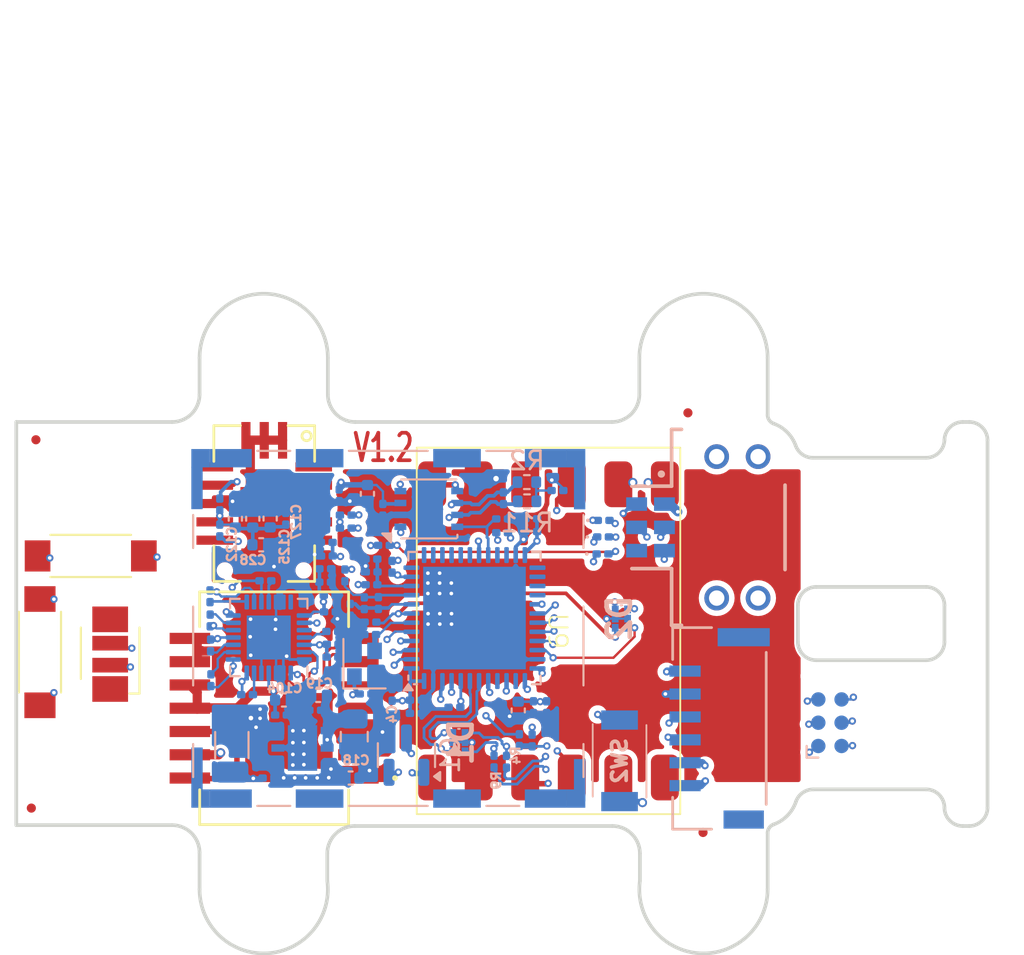
<source format=kicad_pcb>
(kicad_pcb (version 20240108) (generator "pcbnew") (generator_version "8.0")
  (layers (0 "F.Cu" signal "Top Layer") (1 "In1.Cu" power "+3.3V.Cu") (2 "In2.Cu" power "signal1.Cu") (3 "In3.Cu" signal "signal2.Cu") (4 "In4.Cu" signal "+5V.Cu") (31 "B.Cu" signal "Bottom Layer") (34 "B.Paste" user "Bottom Paste") (35 "F.Paste" user "Top Paste") (36 "B.SilkS" user "Bottom Overlay") (37 "F.SilkS" user "Top Overlay") (38 "B.Mask" user "Bottom Solder") (39 "F.Mask" user "Top Solder") (44 "Edge.Cuts" user))
  (net 0 "")
  (net 1 "/RCC_OSC_IN")
  (net 2 "GND")
  (net 3 "/RCC_OSC_OUT")
  (net 4 "/~{NRST}")
  (net 5 "+3.3V")
  (net 6 "+3.3VA")
  (net 7 "+5V")
  (net 8 "/USART1_TX")
  (net 9 "/USART1_RX")
  (net 10 "/SYS_JTMS-SWCLK")
  (net 11 "/SYS_JTDO-SWO")
  (net 12 "/SYS_JTMS-SWDIO")
  (net 13 "/X_N")
  (net 14 "/X_P")
  (net 15 "/Y_P")
  (net 16 "/Y_N")
  (net 17 "/Z_P")
  (net 18 "/Z_N")
  (net 19 "/BOOT0")
  (net 20 "/EOC-D")
  (net 21 "/CAN1_RX")
  (net 22 "/CAN1_TX")
  (net 23 "/I2C3_SCL")
  (net 24 "/EOC-A")
  (net 29 "/VDD_5V_SENS")
  (net 30 "Net-(U10-SOUT--Pad2)")
  (net 32 "Net-(U10-SOUT+-Pad12)")
  (net 33 "/Magneto_DRDY")
  (net 35 "/3V3_sens")
  (net 36 "/LED1")
  (net 37 "Net-(D4-A)")
  (net 38 "/LED2")
  (net 39 "Net-(D5-A)")
  (net 40 "/LED3")
  (net 41 "Net-(D6-A)")
  (net 42 "/I2C1_SDA")
  (net 43 "/I2C1_SCL")
  (net 44 "Net-(J3-Pad3)")
  (net 45 "Net-(J3-Pad4)")
  (net 46 "/CAN_SILENT")
  (net 47 "Net-(U9-TEST)")
  (net 48 "Net-(U2-R_EXT)")
  (net 49 "Net-(U2-X_DRVP)")
  (net 50 "Net-(U2-X_DRVN)")
  (net 51 "Net-(U2-Y_DRVP)")
  (net 52 "Net-(U2-Y_DRVN)")
  (net 53 "Net-(U2-Z_DRVP)")
  (net 54 "Net-(U2-Z_DRVN)")
  (net 55 "/I2C3_SDA")
  (net 56 "/~{SPI2_CS}")
  (net 57 "/ADC1_IN8")
  (net 58 "/ADC1_IN7")
  (net 59 "/SPI1_SCK")
  (net 60 "/SPI2_MOSI")
  (net 61 "/USART3_RX")
  (net 62 "/SPI2_MISO")
  (net 63 "/ADC1_IN9")
  (net 64 "/SPI2_SCK")
  (net 65 "/SPI1_MISO")
  (net 66 "/USART3_TX")
  (net 68 "GNDA")
  (net 69 "Net-(C2-Pad1)")
  (net 70 "Net-(Q1-S)")
  (net 72 "/CANL2")
  (net 73 "/CANH2")
  (net 74 "/ EXT Trigger1")
  (net 75 "Net-(Q1-G)")
  (net 76 "/POWER_CTR")
  (footprint "Fiducial:Fiducial_0.5mm_Mask1.5mm" (layer "F.Cu") (at 158.73713 93.5216)
    (property "Reference" "FID101" (hide yes))
    (property "Value" "Fiducial" (hide yes))
  )
  (footprint "MS5525DSO:SO14_MS5525DSO_TEC" (layer "F.Cu") (at 136.15703 109.6416 180)
    (property "Reference" "U10" (hide yes))
    (property "Value" "5525DSO-DB001DS" (hide yes))
  )
  (footprint "airspeedsensor:RM3100_Sen-XY-f" (layer "F.Cu") (at 126.14713 101.3316)
    (property "Reference" "L101" (hide yes))
    (property "Value" "RM3100_Sen-XY-f" (hide yes))
  )
  (footprint "airspeedsensor:DS-0432" (layer "F.Cu") (at 151.12963 105.4216 -90)
    (property "Reference" "U9")
    (property "Value" "L05D-M25125" (hide yes))
  )
  (footprint "airspeedsensor:SDP3x" (layer "F.Cu") (at 135.61713 98.4716 -90)
    (property "Reference" "U104" (hide yes))
    (property "Value" "SDP33-1500PA-TR-250PCS")
  )
  (footprint "Fiducial:Fiducial_0.5mm_Mask1.5mm" (layer "F.Cu") (at 159.56213 116.4216)
    (property "Reference" "FID1" (hide yes))
    (property "Value" "Fiducial" (hide yes))
  )
  (footprint "airspeedsensor:RM3100_Sen-XY-f" (layer "F.Cu") (at 123.37713 106.5816 90)
    (property "Reference" "L102" (hide yes))
    (property "Value" "RM3100_Sen-XY-f" (hide yes))
  )
  (footprint "Mounting_Wuerth:Mounting_Wuerth_WA-SMSI-M1.6_H1.5mm_9774015633" (layer "F.Cu") (at 130.02963 95.7816 -90)
    (property "Reference" "H6" (hide yes))
    (property "Value" "M1.4" (hide yes))
  )
  (footprint "Fiducial:Fiducial_0.5mm_Mask1.5mm" (layer "F.Cu") (at 123.15713 94.9916)
    (property "Reference" "FID103" (hide yes))
    (property "Value" "Fiducial" (hide yes))
  )
  (footprint "airspeedsensor:RM3100_Sen-Z-f" (layer "F.Cu") (at 127.20963 106.6916 90)
    (property "Reference" "L103" (hide yes))
    (property "Value" "RM3100_Sen-Z-f" (hide yes))
  )
  (footprint "Fiducial:Fiducial_0.5mm_Mask1.5mm" (layer "F.Cu") (at 122.90713 115.0916)
    (property "Reference" "FID102" (hide yes))
    (property "Value" "Fiducial" (hide yes))
  )
  (footprint "Resistor_SMD:R_0201_0603Metric" (layer "B.Cu") (at 148.66713 98.1816 90)
    (property "Reference" "R10" (hide yes))
    (property "Value" "120R")
  )
  (footprint "Resistor_SMD:R_0201_0603Metric" (layer "B.Cu") (at 148.59713 99.3116 180)
    (property "Reference" "R1" (hide yes))
    (property "Value" "10k")
  )
  (footprint "Resistor_SMD:R_0201_0603Metric" (layer "B.Cu") (at 133.18963 98.5216 90)
    (property "Reference" "R113" (hide yes))
    (property "Value" "4.7k" (hide yes))
  )
  (footprint "TS-1088R-02026:TS1088R02026" (layer "B.Cu") (at 155.00713 112.5116 90)
    (property "Reference" "SW2")
    (property "Value" "TS-1088R-02026" (hide yes))
  )
  (footprint "MountingHole:MountingHole_2.1mm" (layer "B.Cu") (at 135.58713 119.5216 180)
    (property "Reference" "H3" (hide yes))
    (property "Value" "MountingHole" (hide yes))
  )
  (footprint "Capacitor_SMD:C_0201_0603Metric" (layer "B.Cu") (at 139.03713 101.3316 180)
    (property "Reference" "C123" (hide yes))
    (property "Value" "100n" (hide yes))
  )
  (footprint "Capacitor_SMD:C_0201_0603Metric" (layer "B.Cu") (at 141.41713 104.9416 180)
    (property "Reference" "C32" (hide yes))
    (property "Value" "100n" (hide yes))
  )
  (footprint "Package_DFN_QFN:DFN-8-1EP_3x3mm_P0.65mm_EP1.55x2.4mm" (layer "B.Cu") (at 144.59713 98.7666)
    (property "Reference" "U105" (hide yes))
    (property "Value" "TJA1051TK/3" (hide yes))
  )
  (footprint "Capacitor_SMD:C_0402_1005Metric" (layer "B.Cu") (at 138.55963 108.9416 180)
    (property "Reference" "C19")
    (property "Value" "10u")
  )
  (footprint "Capacitor_SMD:C_0201_0603Metric" (layer "B.Cu") (at 141.39713 105.6216)
    (property "Reference" "C34" (hide yes))
    (property "Value" "6.8p" (hide yes))
  )
  (footprint "Resistor_SMD:R_0201_0603Metric" (layer "B.Cu") (at 149.53713 111.3816 90)
    (property "Reference" "R13" (hide yes))
    (property "Value" "220R")
  )
  (footprint "Resistor_SMD:R_0201_0603Metric" (layer "B.Cu") (at 139.02713 100.5916)
    (property "Reference" "R119" (hide yes))
    (property "Value" "10k" (hide yes))
  )
  (footprint "Capacitor_SMD:C_0201_0603Metric" (layer "B.Cu") (at 139.19963 104.3816)
    (property "Reference" "C31" (hide yes))
    (property "Value" "100n" (hide yes))
  )
  (footprint "airspeedsensor:RM3100_MagI2C_MLF_4x4mm_P0.4" (layer "B.Cu") (at 135.86213 105.7816 90)
    (property "Reference" "U2" (hide yes))
    (property "Value" "RM3100_MagI2C_QFN28" (hide yes))
  )
  (footprint "MountingHole:MountingHole_2.1mm" (layer "B.Cu") (at 135.58713 90.5216 180)
    (property "Reference" "H1" (hide yes))
    (property "Value" "MountingHole" (hide yes))
  )
  (footprint "Capacitor_SMD:C_0201_0603Metric" (layer "B.Cu") (at 136.52963 110.0116 180)
    (property "Reference" "C14" (hide yes))
    (property "Value" "100n" (hide yes))
  )
  (footprint "Package_DFN_QFN:QFN-48-1EP_7x7mm_P0.5mm_EP5.6x5.6mm" (layer "B.Cu") (at 147.08963 104.7216)
    (property "Reference" "U1" (hide yes))
    (property "Value" "STM32L431CCUx")
  )
  (footprint "Resistor_SMD:R_0201_0603Metric" (layer "B.Cu") (at 140.06713 99.1016)
    (property "Reference" "R8" (hide yes))
    (property "Value" "10k" (hide yes))
  )
  (footprint "Resistor_SMD:R_0201_0603Metric" (layer "B.Cu") (at 148.83713 112.5616 90)
    (property "Reference" "R4")
    (property "Value" "220R")
  )
  (footprint "Capacitor_SMD:C_0402_1005Metric" (layer "B.Cu") (at 134.98963 99.3016 90)
    (property "Reference" "C125")
    (property "Value" "10u")
  )
  (footprint "Capacitor_SMD:C_0201_0603Metric" (layer "B.Cu") (at 139.70713 98.0216 90)
    (property "Reference" "C23" (hide yes))
    (property "Value" "100n" (hide yes))
  )
  (footprint "airspeedsensor:DFN6_3X3_ONS-L" (layer "B.Cu") (at 137.70503 111.811599)
    (property "Reference" "U6" (hide yes))
    (property "Value" "NCP692MN33T2G" (hide yes))
  )
  (footprint "Capacitor_SMD:C_0201_0603Metric" (layer "B.Cu") (at 150.18713 100.0016 180)
    (property "Reference" "C29" (hide yes))
    (property "Value" "100n" (hide yes))
  )
  (footprint "MountingHole:MountingHole_2.1mm" (layer "B.Cu") (at 159.58713 119.5216 180)
    (property "Reference" "H2" (hide yes))
    (property "Value" "MountingHole" (hide yes))
  )
  (footprint "Resistor_SMD:R_0201_0603Metric" (layer "B.Cu") (at 150.23713 111.4016 -90)
    (property "Reference" "R12" (hide yes))
    (property "Value" "10k")
  )
  (footprint "Capacitor_SMD:C_0201_0603Metric" (layer "B.Cu") (at 140.30963 104.2716 90)
    (property "Reference" "FB1" (hide yes))
    (property "Value" "120R")
  )
  (footprint "Resistor_SMD:R_0201_0603Metric" (layer "B.Cu") (at 132.65713 103.5316 -90)
    (property "Reference" "R106" (hide yes))
    (property "Value" "121R 1%" (hide yes))
  )
  (footprint "LED_SMD:LED_0201_0603Metric" (layer "B.Cu") (at 154.07713 101.2216)
    (property "Reference" "D4" (hide yes))
    (property "Value" "red" (hide yes))
  )
  (footprint "Capacitor_SMD:C_0201_0603Metric" (layer "B.Cu") (at 139.18713 103.4816)
    (property "Reference" "C102" (hide yes))
    (property "Value" "100nF" (hide yes))
  )
  (footprint "Capacitor_SMD:C_0201_0603Metric" (layer "B.Cu") (at 141.84713 103.9016 -90)
    (property "Reference" "C26" (hide yes))
    (property "Value" "1u" (hide yes))
  )
  (footprint "shield:Wuerth_36103205_20x20mm" (layer "B.Cu") (at 142.38713 106.2466 180)
    (property "Reference" "J2" (hide yes))
    (property "Value" "Conn_01x01_Shielded" (hide yes))
  )
  (footprint "Capacitor_SMD:C_0201_0603Metric" (layer "B.Cu") (at 135.84963 113.4516 180)
    (property "Reference" "C17" (hide yes))
    (property "Value" "100nF" (hide yes))
  )
  (footprint "Resistor_SMD:R_0201_0603Metric" (layer "B.Cu") (at 132.70713 108.1116 90)
    (property "Reference" "R111" (hide yes))
    (property "Value" "121R 1%" (hide yes))
  )
  (footprint "Resistor_SMD:R_0201_0603Metric" (layer "B.Cu") (at 141.46713 101.5016)
    (property "Reference" "R115" (hide yes))
    (property "Value" "10k" (hide yes))
  )
  (footprint "TFM-103-02-L-DH-TR:SAMTEC_TFM-103-02-L-DH" (layer "B.Cu") (at 164.03713 99.7716 90)
    (property "Reference" "J1" (hide yes))
    (property "Value" "TFM-103-02-L-DH")
  )
  (footprint "Capacitor_SMD:C_0402_1005Metric" (layer "B.Cu") (at 141.24713 97.9416 -90)
    (property "Reference" "C120" (hide yes))
    (property "Value" "10u")
  )
  (footprint "Resistor_SMD:R_0201_0603Metric" (layer "B.Cu") (at 132.68713 106.2116 -90)
    (property "Reference" "R108" (hide yes))
    (property "Value" "121R 1%" (hide yes))
  )
  (footprint "Resistor_SMD:R_0201_0603Metric" (layer "B.Cu") (at 151.61713 97.7616)
    (property "Reference" "C2" (hide yes))
    (property "Value" "100nF")
  )
  (footprint "Capacitor_SMD:C_0805_2012Metric" (layer "B.Cu") (at 140.52963 111.1916 -90)
    (property "Reference" "C13" (hide yes))
    (property "Value" "10u")
  )
  (footprint "Connector:Tag-Connect_TC2030-IDC-NL_2x03_P1.27mm_Vertical" (layer "B.Cu") (at 166.48713 110.4316 90)
    (property "Reference" "J102" (hide yes))
    (property "Value" "Conn_ARM_SWD_TagConnect_TC2030-NL" (hide yes))
  )
  (footprint "Capacitor_SMD:C_0201_0603Metric" (layer "B.Cu") (at 138.94713 102.0316)
    (property "Reference" "C9" (hide yes))
    (property "Value" "1u" (hide yes))
  )
  (footprint "LIB_PESD3V3L4UF,115:PESD3V3L5UF115" (layer "B.Cu") (at 155.10713 104.7516 90)
    (property "Reference" "D2")
    (property "Value" "PESD3V3L4UF,115" (hide yes))
  )
  (footprint "Capacitor_SMD:C_0201_0603Metric" (layer "B.Cu") (at 143.88713 109.2016)
    (property "Reference" "C30" (hide yes))
    (property "Value" "100n" (hide yes))
  )
  (footprint "Capacitor_SMD:C_0402_1005Metric" (layer "B.Cu") (at 135.93963 99.2916 90)
    (property "Reference" "C127")
    (property "Value" "10u")
  )
  (footprint "Capacitor_SMD:C_0201_0603Metric" (layer "B.Cu") (at 142.08713 98.8116 -90)
    (property "Reference" "C118" (hide yes))
    (property "Value" "100n" (hide yes))
  )
  (footprint "LED_SMD:LED_0201_0603Metric" (layer "B.Cu") (at 154.13713 99.3916)
    (property "Reference" "D6" (hide yes))
    (property "Value" "blue" (hide yes))
  )
  (footprint "Capacitor_SMD:C_0201_0603Metric" (layer "B.Cu") (at 139.34963 106.1516)
    (property "Reference" "C105" (hide yes))
    (property "Value" "100nF" (hide yes))
  )
  (footprint "Capacitor_SMD:C_0201_0603Metric" (layer "B.Cu") (at 141.07713 103.9116 -90)
    (property "Reference" "C1" (hide yes))
    (property "Value" "10n")
  )
  (footprint "Capacitor_SMD:C_0201_0603Metric" (layer "B.Cu") (at 140.01713 102.3916 90)
    (property "Reference" "FB2" (hide yes))
    (property "Value" "120R")
  )
  (footprint "Resistor_SMD:R_0201_0603Metric" (layer "B.Cu") (at 141.46713 102.9016 180)
    (property "Reference" "R114" (hide yes))
    (property "Value" "10k" (hide yes))
  )
  (footprint "Capacitor_SMD:C_0201_0603Metric" (layer "B.Cu") (at 139.33963 106.8516)
    (property "Reference" "C15" (hide yes))
    (property "Value" "1u" (hide yes))
  )
  (footprint "Capacitor_SMD:C_0201_0603Metric" (layer "B.Cu") (at 138.39963 109.7516)
    (property "Reference" "C25" (hide yes))
    (property "Value" "100n" (hide yes))
  )
  (footprint "SM6B-GHS-TB:CONN_SM06B-GHS-TB_JST" (layer "B.Cu") (at 160.45713 110.7416 -90)
    (property "Reference" "J3" (hide yes))
    (property "Value" "SM06B-GHS-TB" (hide yes))
  )
  (footprint "MountingHole:MountingHole_2.1mm" (layer "B.Cu") (at 159.58713 90.5216 180)
    (property "Reference" "H4" (hide yes))
    (property "Value" "MountingHole" (hide yes))
  )
  (footprint "Resistor_SMD:R_0201_0603Metric" (layer "B.Cu") (at 140.06713 99.8116)
    (property "Reference" "R7" (hide yes))
    (property "Value" "10k" (hide yes))
  )
  (footprint "Capacitor_SMD:C_0402_1005Metric" (layer "B.Cu") (at 136.68963 109.1916)
    (property "Reference" "C104")
    (property "Value" "10uF")
  )
  (footprint "Capacitor_SMD:C_0201_0603Metric" (layer "B.Cu") (at 141.47713 102.2016 180)
    (property "Reference" "C117" (hide yes))
    (property "Value" "100n" (hide yes))
  )
  (footprint "Capacitor_SMD:C_1206_3216Metric" (layer "B.Cu") (at 133.84963 111.6516 -90)
    (property "Reference" "C12" (hide yes))
    (property "Value" "10u")
  )
  (footprint "Capacitor_SMD:C_0201_0603Metric" (layer "B.Cu") (at 136.78963 99.3016 -90)
    (property "Reference" "C22" (hide yes))
    (property "Value" "100n" (hide yes))
  )
  (footprint "Capacitor_SMD:C_0201_0603Metric" (layer "B.Cu") (at 150.30713 109.5816 90)
    (property "Reference" "C21" (hide yes))
    (property "Value" "100n" (hide yes))
  )
  (footprint "Package_TO_SOT_SMD:SOT-23" (layer "B.Cu") (at 143.37713 112.2016 90)
    (property "Reference" "Q1")
    (property "Value" "AO3400A")
  )
  (footprint "Resistor_SMD:R_0201_0603Metric" (layer "B.Cu") (at 134.67963 108.9016)
    (property "Reference" "R110" (hide yes))
    (property "Value" "121R 1%" (hide yes))
  )
  (footprint "Capacitor_SMD:C_0201_0603Metric" (layer "B.Cu") (at 142.59713 108.9116 90)
    (property "Reference" "C4")
    (property "Value" "100n")
  )
  (footprint "Capacitor_SMD:C_0402_1005Metric" (layer "B.Cu") (at 134.03963 99.3016 90)
    (property "Reference" "C122")
    (property "Value" "10u")
  )
  (footprint "Resistor_SMD:R_0201_0603Metric" (layer "B.Cu") (at 132.66713 104.8516 90)
    (property "Reference" "R109" (hide yes))
    (property "Value" "121R 1%" (hide yes))
  )
  (footprint "Resistor_SMD:R_0201_0603Metric" (layer "B.Cu") (at 145.99713 109.5916 180)
    (property "Reference" "R5" (hide yes))
    (property "Value" "10k" (hide yes))
  )
  (footprint "Capacitor_SMD:C_0201_0603Metric" (layer "B.Cu") (at 138.93963 102.7616)
    (property "Reference" "C107" (hide yes))
    (property "Value" "100nF" (hide yes))
  )
  (footprint "Capacitor_SMD:C_0402_1005Metric" (layer "B.Cu") (at 149.47713 109.7616 -90)
    (property "Reference" "C20" (hide yes))
    (property "Value" "10u")
  )
  (footprint "Crystal:Crystal_SMD_2016-4Pin_2.0x1.6mm" (layer "B.Cu") (at 141.08713 107.211601 90)
    (property "Reference" "Y2" (hide yes))
    (property "Value" "24 MHz" (hide yes))
  )
  (footprint "Resistor_SMD:R_0201_0603Metric" (layer "B.Cu") (at 133.18963 99.9416 -90)
    (property "Reference" "R112" (hide yes))
    (property "Value" "4.7k" (hide yes))
  )
  (footprint "Resistor_SMD:R_0201_0603Metric" (layer "B.Cu") (at 142.58713 101.9216 90)
    (property "Reference" "R118" (hide yes))
    (property "Value" "10k" (hide yes))
  )
  (footprint "Resistor_SMD:R_0402_1005Metric" (layer "B.Cu") (at 149.94713 97.3016 180)
    (property "Reference" "R2")
    (property "Value" "60R")
  )
  (footprint "Capacitor_SMD:C_0201_0603Metric" (layer "B.Cu") (at 150.18713 99.3016)
    (property "Reference" "C16" (hide yes))
    (property "Value" "100n" (hide yes))
  )
  (footprint "LIB_PESD3V3L4UF,115:PESD3V3L5UF115" (layer "B.Cu") (at 146.24013 111.4916 -90)
    (property "Reference" "D1")
    (property "Value" "PESD3V3L4UF,115" (hide yes))
  )
  (footprint "Resistor_SMD:R_0201_0603Metric" (layer "B.Cu") (at 142.14713 100.7516)
    (property "Reference" "R6" (hide yes))
    (property "Value" "10k" (hide yes))
  )
  (footprint "Capacitor_SMD:C_0402_1005Metric" (layer "B.Cu") (at 140.32963 113.4516)
    (property "Reference" "C18")
    (property "Value" "10uF")
  )
  (footprint "LED_SMD:LED_0201_0603Metric" (layer "B.Cu") (at 154.10713 100.2916)
    (property "Reference" "D5" (hide yes))
    (property "Value" "green" (hide yes))
  )
  (footprint "Resistor_SMD:R_0201_0603Metric" (layer "B.Cu") (at 148.59713 100.0616)
    (property "Reference" "R3" (hide yes))
    (property "Value" "10k")
  )
  (footprint "Resistor_SMD:R_0201_0603Metric" (layer "B.Cu") (at 148.15713 112.5516 90)
    (property "Reference" "R9")
    (property "Value" "220R")
  )
  (footprint "Capacitor_SMD:C_0201_0603Metric" (layer "B.Cu") (at 151.02713 109.5816 -90)
    (property "Reference" "C116" (hide yes))
    (property "Value" "100n 16V X7R" (hide yes))
  )
  (footprint "Capacitor_SMD:C_0201_0603Metric" (layer "B.Cu") (at 143.88713 109.9216)
    (property "Reference" "C27" (hide yes))
    (property "Value" "1u" (hide yes))
  )
  (footprint "Capacitor_SMD:C_0402_1005Metric" (layer "B.Cu") (at 135.44963 100.7216)
    (property "Reference" "C28")
    (property "Value" "10u")
  )
  (footprint "Resistor_SMD:R_0201_0603Metric" (layer "B.Cu") (at 139.32963 105.4516 180)
    (property "Reference" "R105" (hide yes))
    (property "Value" "33k" (hide yes))
  )
  (footprint "Capacitor_SMD:C_0201_0603Metric" (layer "B.Cu") (at 141.14713 108.8616 180)
    (property "Reference" "C33" (hide yes))
    (property "Value" "6.8p" (hide yes))
  )
  (footprint "Resistor_SMD:R_0201_0603Metric" (layer "B.Cu") (at 135.67963 102.6866)
    (property "Reference" "R107" (hide yes))
    (property "Value" "121R 1%" (hide yes))
  )
  (footprint "Resistor_SMD:R_0402_1005Metric" (layer "B.Cu") (at 149.95713 98.3516)
    (property "Reference" "R11")
    (property "Value" "60R")
  )
  (gr_line (start 165.73666 103.0216) (end 171.73666 103.0216) (stroke (width 0.2)) (layer "Edge.Cuts"))
  (gr_arc (start 171.73666 103.0216) (mid 172.443767 103.314493) (end 172.73666 104.0216) (stroke (width 0.2)) (layer "Edge.Cuts"))
  (gr_arc (start 156.08713 92.5216) (mid 155.64779 93.58226) (end 154.58713 94.0216) (stroke (width 0.2)) (layer "Edge.Cuts"))
  (gr_arc (start 163.417051 94.109934) (mid 163.177838 93.926944) (end 163.08713 93.63975) (stroke (width 0.2)) (layer "Edge.Cuts"))
  (gr_line (start 173.73666 116.06953) (end 174.08713 116.06953) (stroke (width 0.2)) (layer "Edge.Cuts"))
  (gr_arc (start 163.08713 116.45137) (mid 163.177834 116.164183) (end 163.417036 115.981191) (stroke (width 0.2)) (layer "Edge.Cuts"))
  (gr_line (start 132.08713 119.5216) (end 132.08713 117.5216) (stroke (width 0.2)) (layer "Edge.Cuts"))
  (gr_arc (start 139.057811 119.069527) (mid 135.813641 123.014262) (end 132.08713 119.5216) (stroke (width 0.2)) (layer "Edge.Cuts"))
  (gr_line (start 165.73666 107.0216) (end 171.73666 107.0216) (stroke (width 0.2)) (layer "Edge.Cuts"))
  (gr_line (start 164.73666 106.0216) (end 164.73666 104.0216) (stroke (width 0.2)) (layer "Edge.Cuts"))
  (gr_arc (start 163.08713 119.5216) (mid 159.360619 123.014264) (end 156.116449 119.069527) (stroke (width 0.2)) (layer "Edge.Cuts"))
  (gr_arc (start 132.08713 92.5216) (mid 131.64779 93.58226) (end 130.58713 94.0216) (stroke (width 0.2)) (layer "Edge.Cuts"))
  (gr_line (start 132.08713 92.5216) (end 132.08713 90.5216) (stroke (width 0.2)) (layer "Edge.Cuts"))
  (gr_arc (start 163.417047 94.109934) (mid 164.151816 94.577329) (end 164.618304 95.312674) (stroke (width 0.2)) (layer "Edge.Cuts"))
  (gr_line (start 156.08713 92.5216) (end 156.08713 90.5216) (stroke (width 0.2)) (layer "Edge.Cuts"))
  (gr_arc (start 156.08713 90.5216) (mid 159.58713 87.0216) (end 163.08713 90.5216) (stroke (width 0.2)) (layer "Edge.Cuts"))
  (gr_arc (start 172.736943 94.997643) (mid 172.435813 95.689209) (end 171.73723 95.97368) (stroke (width 0.2)) (layer "Edge.Cuts"))
  (gr_arc (start 165.5591 95.97368) (mid 164.984208 95.791909) (end 164.618313 95.312678) (stroke (width 0.2)) (layer "Edge.Cuts"))
  (gr_line (start 140.55781 116.06953) (end 154.61645 116.06953) (stroke (width 0.2)) (layer "Edge.Cuts"))
  (gr_line (start 139.05781 119.06953) (end 139.05781 117.56953) (stroke (width 0.2)) (layer "Edge.Cuts"))
  (gr_arc (start 173.73666 116.06953) (mid 173.029553 115.776637) (end 172.73666 115.06953) (stroke (width 0.2)) (layer "Edge.Cuts"))
  (gr_arc (start 172.73666 106.0216) (mid 172.443767 106.728707) (end 171.73666 107.0216) (stroke (width 0.2)) (layer "Edge.Cuts"))
  (gr_arc (start 172.736947 94.997637) (mid 173.038077 94.306071) (end 173.73666 94.0216) (stroke (width 0.2)) (layer "Edge.Cuts"))
  (gr_line (start 140.58713 94.0216) (end 154.58713 94.0216) (stroke (width 0.2)) (layer "Edge.Cuts"))
  (gr_line (start 139.08713 92.5216) (end 139.08713 90.5216) (stroke (width 0.2)) (layer "Edge.Cuts"))
  (gr_arc (start 164.73666 104.0216) (mid 165.029553 103.314493) (end 165.73666 103.0216) (stroke (width 0.2)) (layer "Edge.Cuts"))
  (gr_line (start 122.08713 116.0216) (end 130.58713 116.0216) (stroke (width 0.2)) (layer "Edge.Cuts"))
  (gr_line (start 175.08713 115.06953) (end 175.08713 95.0216) (stroke (width 0.2)) (layer "Edge.Cuts"))
  (gr_line (start 156.11645 119.06953) (end 156.11645 117.56953) (stroke (width 0.2)) (layer "Edge.Cuts"))
  (gr_line (start 165.57584 114.06953) (end 171.73666 114.06953) (stroke (width 0.2)) (layer "Edge.Cuts"))
  (gr_line (start 173.73666 94.0216) (end 174.08713 94.0216) (stroke (width 0.2)) (layer "Edge.Cuts"))
  (gr_line (start 122.08713 94.0216) (end 130.58713 94.0216) (stroke (width 0.2)) (layer "Edge.Cuts"))
  (gr_line (start 122.08713 116.0216) (end 122.08713 94.0216) (stroke (width 0.2)) (layer "Edge.Cuts"))
  (gr_line (start 172.73666 106.0216) (end 172.73666 104.0216) (stroke (width 0.2)) (layer "Edge.Cuts"))
  (gr_arc (start 130.58713 116.0216) (mid 131.64779 116.46094) (end 132.08713 117.5216) (stroke (width 0.2)) (layer "Edge.Cuts"))
  (gr_arc (start 140.58713 94.0216) (mid 139.52647 93.58226) (end 139.08713 92.5216) (stroke (width 0.2)) (layer "Edge.Cuts"))
  (gr_line (start 165.5591 95.97368) (end 171.73723 95.97368) (stroke (width 0.2)) (layer "Edge.Cuts"))
  (gr_arc (start 175.08713 115.06953) (mid 174.794237 115.776637) (end 174.08713 116.06953) (stroke (width 0.2)) (layer "Edge.Cuts"))
  (gr_arc (start 132.08713 90.5216) (mid 135.58713 87.0216) (end 139.08713 90.5216) (stroke (width 0.2)) (layer "Edge.Cuts"))
  (gr_arc (start 139.05781 117.56953) (mid 139.49715 116.50887) (end 140.55781 116.06953) (stroke (width 0.2)) (layer "Edge.Cuts"))
  (gr_arc (start 171.73666 114.06953) (mid 172.443767 114.362423) (end 172.73666 115.06953) (stroke (width 0.2)) (layer "Edge.Cuts"))
  (gr_line (start 163.08713 93.63975) (end 163.08713 90.5216) (stroke (width 0.2)) (layer "Edge.Cuts"))
  (gr_arc (start 164.629446 114.746516) (mid 164.163684 115.501766) (end 163.417035 115.981196) (stroke (width 0.2)) (layer "Edge.Cuts"))
  (gr_arc (start 154.61645 116.06953) (mid 155.67711 116.50887) (end 156.11645 117.56953) (stroke (width 0.2)) (layer "Edge.Cuts"))
  (gr_arc (start 174.08713 94.0216) (mid 174.794237 94.314493) (end 175.08713 95.0216) (stroke (width 0.2)) (layer "Edge.Cuts"))
  (gr_line (start 163.08713 119.5216) (end 163.08713 116.45137) (stroke (width 0.2)) (layer "Edge.Cuts"))
  (gr_arc (start 165.73666 107.0216) (mid 165.029553 106.728707) (end 164.73666 106.0216) (stroke (width 0.2)) (layer "Edge.Cuts"))
  (gr_arc (start 164.629447 114.746512) (mid 164.99404 114.256198) (end 165.57584 114.06953) (stroke (width 0.2)) (layer "Edge.Cuts"))
  (gr_text "V1.2\n" (at 140.37713 96.3016 0) (layer "F.Cu") (effects (font (size 1.5 1) (thickness 0.2)) (justify left bottom)))
  (via (at 140.44963 108.901602) (size 0.4) (drill 0.2) (layers "F.Cu" "B.Cu") (net 1))
  (via (at 142.317972 105.888314) (size 0.4) (drill 0.2) (layers "F.Cu" "B.Cu") (net 1))
  (segment (start 143.57213 105.4566) (end 143.59963 105.4841) (width 0.13) (layer "B.Cu") (net 1))
  (segment (start 142.749686 105.4566) (end 143.57213 105.4566) (width 0.13) (layer "B.Cu") (net 1))
  (segment (start 142.317972 105.888314) (end 142.749686 105.4566) (width 0.13) (layer "B.Cu") (net 1))
  (segment (start 140.53713 107.9116) (end 140.53713 108.5716) (width 0.2) (layer "B.Cu") (net 1))
  (segment (start 140.65963 107.781598) (end 140.52963 107.651598) (width 0.2) (layer "B.Cu") (net 1))
  (segment (start 140.53713 108.5716) (end 140.82713 108.8616) (width 0.2) (layer "B.Cu") (net 1))
  (segment (start 141.35963 113.4242) (end 141.41703 113.4816) (width 0.3) (layer "F.Cu") (net 2))
  (segment (start 131.95963 106.5016) (end 131.95963 107.1516) (width 0.5) (layer "F.Cu") (net 2))
  (segment (start 136.61713 95.0216) (end 136.60713 95.0116) (width 0.5) (layer "F.Cu") (net 2))
  (segment (start 148.05963 97.1116) (end 148.26713 97.1116) (width 0.2) (layer "F.Cu") (net 2))
  (segment (start 136.60713 95.0116) (end 134.70963 95.0116) (width 0.5) (layer "F.Cu") (net 2))
  (segment (start 136.60713 101.9116) (end 136.14963 101.9116) (width 0.5) (layer "F.Cu") (net 2))
  (segment (start 134.85713 95.0116) (end 135.70963 95.0116) (width 0.5) (layer "F.Cu") (net 2))
  (segment (start 131.95963 105.8816) (end 131.95963 106.5016) (width 0.5) (layer "F.Cu") (net 2))
  (segment (start 134.85963 98.4616) (end 134.85713 98.4591) (width 0.5) (layer "F.Cu") (net 2))
  (segment (start 131.95963 106.5016) (end 132.21713 106.5016) (width 0.5) (layer "F.Cu") (net 2))
  (segment (start 136.55963 98.4616) (end 133.00963 98.4616) (width 0.5) (layer "F.Cu") (net 2))
  (segment (start 136.61713 101.9216) (end 136.60713 101.9116) (width 0.5) (layer "F.Cu") (net 2))
  (segment (start 141.35963 113.0416) (end 141.35963 113.4242) (width 0.3) (layer "F.Cu") (net 2))
  (segment (start 134.85713 98.4591) (end 134.85713 95.0116) (width 0.5) (layer "F.Cu") (net 2))
  (segment (start 132.21713 106.5016) (end 132.23713 106.5216) (width 0.5) (layer "F.Cu") (net 2))
  (segment (start 142.06963 110.9416) (end 141.41703 110.9416) (width 0.3) (layer "F.Cu") (net 2))
  (segment (start 132.23713 106.5216) (end 134.06963 106.5216) (width 0.5) (layer "F.Cu") (net 2))
  (segment (start 134.06963 106.5216) (end 134.84963 105.7416) (width 0.5) (layer "F.Cu") (net 2))
  (segment (start 147.70963 97.4616) (end 148.05963 97.1116) (width 0.2) (layer "F.Cu") (net 2))
  (segment (start 136.55963 98.4616) (end 135.90963 98.4616) (width 0.2) (layer "F.Cu") (net 2))
  (segment (start 136.14963 101.9116) (end 134.70963 101.9116) (width 0.5) (layer "F.Cu") (net 2))
  (via (at 154.307128 104.7616) (size 0.4) (drill 0.2) (layers "F.Cu" "B.Cu") (net 2))
  (via (at 135.01963 113.4716) (size 0.4) (drill 0.2) (layers "F.Cu" "B.Cu") (net 2))
  (via (at 151.30763 97.1916) (size 0.4) (drill 0.2) (layers "F.Cu" "B.Cu") (net 2))
  (via (at 137.77963 112.7216) (size 0.4) (drill 0.2) (layers "F.Cu" "B.Cu") (net 2))
  (via (at 145.18713 102.8116) (size 0.4) (drill 0.2) (layers "F.Cu" "B.Cu") (net 2))
  (via (at 165.25713 109.2516) (size 0.4) (drill 0.2) (layers "F.Cu" "B.Cu") (net 2))
  (via (at 141.14713 101.8816) (size 0.4) (drill 0.2) (layers "F.Cu" "B.Cu") (net 2))
  (via (at 134.84963 105.7416) (size 0.4) (drill 0.2) (layers "F.Cu" "B.Cu") (net 2))
  (via (at 136.22963 105.3316) (size 0.4) (drill 0.2) (layers "F.Cu" "B.Cu") (net 2))
  (via (at 145.83713 105.0516) (size 0.4) (drill 0.2) (layers "F.Cu" "B.Cu") (net 2))
  (via (at 146.954677 111.511095) (size 0.4) (drill 0.2) (layers "F.Cu" "B.Cu") (net 2))
  (via (at 145.18713 103.3816) (size 0.4) (drill 0.2) (layers "F.Cu" "B.Cu") (net 2))
  (via (at 145.83713 104.4816) (size 0.4) (drill 0.2) (layers "F.Cu" "B.Cu") (net 2))
  (via (at 137.17963 112.7416) (size 0.4) (drill 0.2) (layers "F.Cu" "B.Cu") (net 2))
  (via (at 136.83963 106.8016) (size 0.4) (drill 0.2) (layers "F.Cu" "B.Cu") (net 2))
  (via (at 144.55713 105.0516) (size 0.4) (drill 0.2) (layers "F.Cu" "B.Cu") (net 2))
  (via (at 148.26713 97.1116) (size 0.5) (drill 0.3) (layers "F.Cu" "B.Cu") (net 2))
  (via (at 134.86963 104.7816) (size 0.4) (drill 0.2) (layers "F.Cu" "B.Cu") (net 2))
  (via (at 149.00713 110.0816) (size 0.4) (drill 0.2) (layers "F.Cu" "B.Cu") (net 2))
  (via (at 137.17963 110.8716) (size 0.4) (drill 0.2) (layers "F.Cu" "B.Cu") (net 2))
  (via (at 136.23963 104.8016) (size 0.4) (drill 0.2) (layers "F.Cu" "B.Cu") (net 2))
  (via (at 139.60963 104.7616) (size 0.4) (drill 0.2) (layers "F.Cu" "B.Cu") (net 2))
  (via (at 134.87963 106.7516) (size 0.4) (drill 0.2) (layers "F.Cu" "B.Cu") (net 2))
  (via (at 144.54713 102.8116) (size 0.4) (drill 0.2) (layers "F.Cu" "B.Cu") (net 2))
  (via (at 157.50713 108.8616) (size 0.4) (drill 0.2) (layers "F.Cu" "B.Cu") (net 2))
  (via (at 140.28713 98.3416) (size 0.4) (drill 0.2) (layers "F.Cu" "B.Cu") (net 2))
  (via (at 145.18713 102.2716) (size 0.4) (drill 0.2) (layers "F.Cu" "B.Cu") (net 2))
  (via (at 137.77963 111.5116) (size 0.4) (drill 0.2) (layers "F.Cu" "B.Cu") (net 2))
  (via (at 145.82713 102.8116) (size 0.4) (drill 0.2) (layers "F.Cu" "B.Cu") (net 2))
  (via (at 144.54713 102.2716) (size 0.4) (drill 0.2) (layers "F.Cu" "B.Cu") (net 2))
  (via (at 141.35963 113.0416) (size 0.4) (drill 0.2) (layers "F.Cu" "B.Cu") (net 2))
  (via (at 142.06963 110.9416) (size 0.4) (drill 0.2) (layers "F.Cu" "B.Cu") (net 2))
  (via (at 133.88713 98.3516) (size 0.4) (drill 0.2) (layers "F.Cu" "B.Cu") (net 2))
  (via (at 145.82713 103.3816) (size 0.4) (drill 0.2) (layers "F.Cu" "B.Cu") (net 2))
  (via (at 145.19713 105.0516) (size 0.4) (drill 0.2) (layers "F.Cu" "B.Cu") (net 2))
  (via (at 138.36713 101.2516) (size 0.4) (drill 0.2) (layers "F.Cu" "B.Cu") (net 2))
  (via (at 145.19713 104.4816) (size 0.4) (drill 0.2) (layers "F.Cu" "B.Cu") (net 2))
  (via (at 144.54713 103.3816) (size 0.4) (drill 0.2) (layers "F.Cu" "B.Cu") (net 2))
  (via (at 144.55713 104.4816) (size 0.4) (drill 0.2) (layers "F.Cu" "B.Cu") (net 2))
  (via (at 136.14963 101.9116) (size 0.4) (drill 0.2) (layers "F.Cu" "B.Cu") (net 2))
  (via (at 155.20713 99.0116) (size 0.4) (drill 0.2) (layers "F.Cu" "B.Cu") (net 2))
  (via (at 137.77963 110.8616) (size 0.4) (drill 0.2) (layers "F.Cu" "B.Cu") (net 2))
  (via (at 137.17963 112.1616) (size 0.4) (drill 0.2) (layers "F.Cu" "B.Cu") (net 2))
  (via (at 137.77963 112.1516) (size 0.4) (drill 0.2) (layers "F.Cu" "B.Cu") (net 2))
  (via (at 137.17963 111.5216) (size 0.4) (drill 0.2) (layers "F.Cu" "B.Cu") (net 2))
  (via (at 149.767132 100.4316) (size 0.4) (drill 0.2) (layers "F.Cu" "B.Cu") (net 2))
  (segment (start 138.07963 109.7516) (end 138.07963 108.9416) (width 0.2) (layer "B.Cu") (net 2))
  (segment (start 151.58109 97.2966) (end 151.93713 97.65264) (width 0.13) (layer "B.Cu") (net 2))
  (segment (start 136.23963 104.8016) (end 136.26213 104.7791) (width 0.13) (layer "B.Cu") (net 2))
  (segment (start 135.92963 100.7216) (end 136.14963 100.9416) (width 0.3) (layer "B.Cu") (net 2))
  (segment (start 136.14963 100.9416) (end 136.14963 101.9116) (width 0.3) (layer "B.Cu") (net 2))
  (segment (start 141.17713 98.3516) (end 141.25713 98.4316) (width 0.3) (layer "B.Cu") (net 2))
  (segment (start 138.70713 101.3216) (end 138.71713 101.3316) (width 0.13) (layer "B.Cu") (net 2))
  (segment (start 154.317128 104.7516) (end 154.307128 104.7616) (width 0.13) (layer "B.Cu") (net 2))
  (segment (start 139.26713 102.0316) (end 139.26713 102.7541) (width 0.2) (layer "B.Cu") (net 2))
  (segment (start 134.99963 113.4516) (end 134.17463 113.4516) (width 0.2) (layer "B.Cu") (net 2))
  (segment (start 136.65963 108.3216) (end 137.16963 108.8316) (width 0.15) (layer "B.Cu") (net 2))
  (segment (start 139.63963 106.1516) (end 139.66963 106.1216) (width 0.2) (layer "B.Cu") (net 2))
  (segment (start 140.51963 106.2416) (end 139.78963 106.2416) (width 0.3) (layer "B.Cu") (net 2))
  (segment (start 146.57713 111.4916) (end 146.935182 111.4916) (width 0.15) (layer "B.Cu") (net 2))
  (segment (start 136.84963 110.0116) (end 137.14963 110.0116) (width 0.2) (layer "B.Cu") (net 2))
  (segment (start 140.55963 105.4216) (end 140.55963 106.2216) (width 0.2) (layer "B.Cu") (net 2))
  (segment (start 139.48963 103.281601) (end 139.48963 103.4816) (width 0.2) (layer "B.Cu") (net 2))
  (segment (start 140.52963 106.2516) (end 140.51963 106.2416) (width 0.3) (layer "B.Cu") (net 2))
  (segment (start 148.95713 99.3016) (end 148.91713 99.3416) (width 0.2) (layer "B.Cu") (net 2))
  (segment (start 140.55963 105.4216) (end 140.30963 105.1716) (width 0.2) (layer "B.Cu") (net 2))
  (segment (start 139.48963 103.4816) (end 139.60963 103.6016) (width 0.2) (layer "B.Cu") (net 2))
  (segment (start 137.715029 111.8016) (end 136.370429 111.8016) (width 0.3) (layer "B.Cu") (net 2))
  (segment (start 140.55963 106.2216) (end 140.52963 106.2516) (width 0.2) (layer "B.Cu") (net 2))
  (segment (start 149.85963 99.4116) (end 149.85963 100.339102) (width 0.2) (layer "B.Cu") (net 2))
  (segment (start 141.14713 101.5016) (end 141.14713 101.8816) (width 0.13) (layer "B.Cu") (net 2))
  (segment (start 141.15713 102.2016) (end 141.15713 101.8916) (width 0.13) (layer "B.Cu") (net 2))
  (segment (start 136.65963 106.4916) (end 136.65963 108.3216) (width 0.15) (layer "B.Cu") (net 2))
  (segment (start 144.30713 109.6816) (end 144.21713 109.5916) (width 0.2) (layer "B.Cu") (net 2))
  (segment (start 149.33963 100.832214) (end 149.740244 100.4316) (width 0.2) (layer "B.Cu") (net 2))
  (segment (start 137.73963 111.5416) (end 137.73963 111.776999) (width 0.3) (layer "B.Cu") (net 2))
  (segment (start 141.63713 107.9116) (end 141.63713 108.6916) (width 0.2) (layer "B.Cu") (net 2))
  (segment (start 143.04713 99.0916) (end 144.27213 99.0916) (width 0.2) (layer "B.Cu") (net 2))
  (segment (start 141.55713 99.1316) (end 141.24713 98.8216) (width 0.2) (layer "B.Cu") (net 2))
  (segment (start 141.63713 108.6916) (end 141.46713 108.8616) (width 0.2) (layer "B.Cu") (net 2))
  (segment (start 139.80713 98.3416) (end 140.28713 98.3416) (width 0.3) (layer "B.Cu") (net 2))
  (segment (start 134.17463 113.4516) (end 133.84963 113.1266) (width 0.2) (layer "B.Cu") (net 2))
  (segment (start 136.26213 106.0941) (end 136.26213 107.7191) (width 0.13) (layer "B.Cu") (net 2))
  (segment (start 139.26713 102.7541) (end 139.25963 102.7616) (width 0.15) (layer "B.Cu") (net 2))
  (segment (start 144.21713 109.5916) (end 144.21713 109.9416) (width 0.2) (layer "B.Cu") (net 2))
  (segment (start 149.85963 100.339102) (end 149.767132 100.4316) (width 0.2) (layer "B.Cu") (net 2))
  (segment (start 151.41263 97.2966) (end 151.58109 97.2966) (width 0.13) (layer "B.Cu") (net 2))
  (segment (start 138.70713 100.5916) (end 138.70713 101.3216) (width 0.2) (layer "B.Cu") (net 2))
  (segment (start 158.58143 108.8666) (end 157.51213 108.8666) (width 0.4) (layer "B.Cu") (net 2))
  (segment (start 149.85963 99.4116) (end 149.74963 99.3016) (width 0.2) (layer "B.Cu") (net 2))
  (segment (start 141.15713 101.8916) (end 141.14713 101.8816) (width 0.13) (layer "B.Cu") (net 2))
  (segment (start 141.35963 113.0416) (end 141.21963 113.0416) (width 0.3) (layer "B.Cu") (net 2))
  (segment (start 138.71713 101.3316) (end 138.44713 101.3316) (width 0.13) (layer "B.Cu") (net 2))
  (segment (start 137.16963 110.8616) (end 137.17963 110.8716) (width 0.2) (layer "B.Cu") (net 2))
  (segment (start 141.07713 104.9916) (end 141.07713 105.6216) (width 0.2) (layer "B.Cu") (net 2))
  (segment (start 142.08713 99.1316) (end 141.55713 99.1316) (width 0.2) (layer "B.Cu") (net 2))
  (segment (start 140.28713 98.3416) (end 140.79713 98.3416) (width 0.3) (layer "B.Cu") (net 2))
  (segment (start 136.69963 98.8916) (end 136.01963 98.8916) (width 0.3) (layer "B.Cu") (net 2))
  (segment (start 143.00713 99.1316) (end 143.04713 99.0916) (width 0.2) (layer "B.Cu") (net 2))
  (segment (start 149.33963 101.2841) (end 149.33963 100.832214) (width 0.2) (layer "B.Cu") (net 2))
  (segment (start 138.44713 101.3316) (end 138.36713 101.2516) (width 0.13) (layer "B.Cu") (net 2))
  (segment (start 139.25963 102.7616) (end 139.25963 103.051601) (width 0.2) (layer "B.Cu") (net 2))
  (segment (start 144.83963 108.6191) (end 144.21713 109.2416) (width 0.2) (layer "B.Cu") (net 2))
  (segment (start 151.93713 97.65264) (end 151.93713 97.7616) (width 0.13) (layer "B.Cu") (net 2))
  (segment (start 136.26213 107.7191) (end 136.66213 107.7191) (width 0.13) (layer "B.Cu") (net 2))
  (segment (start 165.85213 109.1616) (end 165.34713 109.1616) (width 0.13) (layer "B.Cu") (net 2))
  (segment (start 136.83963 106.8141) (end 137.00713 106.9816) (width 0.15) (layer "B.Cu") (net 2))
  (segment (start 136.78963 98.9816) (end 136.69963 98.8916) (width 0.2) (layer "B.Cu") (net 2))
  (segment (start 142.06963 110.9416) (end 142.08963 110.9616) (width 0.2) (layer "B.Cu") (net 2))
  (segment (start 137.16963 109.1916) (end 137.82963 109.1916) (width 0.2) (layer "B.Cu") (net 2))
  (segment (start 144.83963 108.1591) (end 144.83963 106.9716) (width 0.2) (layer "B.Cu") (net 2))
  (segment (start 146.57713 111.4916) (end 145.90313 111.4916) (width 0.15) (layer "B.Cu") (net 2))
  (segment (start 150.52713 106.9716) (end 149.33963 106.9716) (width 0.2) (layer "B.Cu") (net 2))
  (segment (start 140.80713 98.3516) (end 141.17713 98.3516) (width 0.3) (layer "B.Cu") (net 2))
  (segment (start 136.370429 111.8016) (end 136.36043 111.811599) (width 0.3) (layer "B.Cu") (net 2))
  (segment (start 141.21963 113.0416) (end 140.80963 113.4516) (width 0.3) (layer "B.Cu") (net 2))
  (segment (start 141.73713 108.5916) (end 141.46713 108.8616) (width 0.2) (layer "B.Cu") (net 2))
  (segment (start 136.00963 98.8916) (end 136.09963 98.9816) (width 0.2) (layer "B.Cu") (net 2))
  (segment (start 157.51213 108.8666) (end 157.50713 108.8616) (width 0.4) (layer "B.Cu") (net 2))
  (segment (start 146.935182 111.4916) (end 146.954677 111.511095) (width 0.15) (layer "B.Cu") (net 2))
  (segment (start 149.33963 106.9716) (end 147.08963 104.7216) (width 0.2) (layer "B.Cu") (net 2))
  (segment (start 144.83963 106.9716) (end 147.08963 104.7216) (width 0.2) (layer "B.Cu") (net 2))
  (segment (start 156.17713 98.5566) (end 155.66213 98.5566) (width 0.2) (layer "B.Cu") (net 2))
  (segment (start 144.83963 108.1591) (end 144.83963 108.6191) (width 0.2) (layer "B.Cu") (net 2))
  (segment (start 140.55963 105.4216) (end 140.55963 105.6916) (width 0.2) (layer "B.Cu") (net 2))
  (segment (start 146.28713 103.9841) (end 147.03713 104.7341) (width 0.2) (layer "B.Cu") (net 2))
  (segment (start 145.67713 109.5916) (end 145.58713 109.6816) (width 0.2) (layer "B.Cu") (net 2))
  (segment (start 136.66213 103.8441) (end 136.26213 103.8441) (width 0.13) (layer "B.Cu") (net 2))
  (segment (start 137.00713 106.9816) (end 137.74463 106.9816) (width 0.15) (layer "B.Cu") (net 2))
  (segment (start 139.60963 103.6016) (end 139.60963 104.7616) (width 0.2) (layer "B.Cu") (net 2))
  (segment (start 151.30763 97.1916) (end 151.41263 97.2966) (width 0.13) (layer "B.Cu") (net 2))
  (segment (start 145.58713 109.6816) (end 144.30713 109.6816) (width 0.2) (layer "B.Cu") (net 2))
  (segment (start 135.46213 107.7191) (end 135.46213 106.1816) (width 0.13) (layer "B.Cu") (net 2))
  (segment (start 154.77013 104.7516) (end 155.44413 104.7516) (width 0.13) (layer "B.Cu") (net 2))
  (segment (start 141.00713 105.6916) (end 141.01713 105.6816) (width 0.2) (layer "B.Cu") (net 2))
  (segment (start 154.77013 104.7516) (end 154.317128 104.7516) (width 0.13) (layer "B.Cu") (net 2))
  (segment (start 136.23963 105.3216) (end 136.23963 104.8016) (width 0.15) (layer "B.Cu") (net 2))
  (segment (start 136.26213 104.7791) (end 136.26213 103.8441) (width 0.13) (layer "B.Cu") (net 2))
  (segment (start 141.07713 105.6216) (end 141.01713 105.6816) (width 0.2) (layer "B.Cu") (net 2))
  (segment (start 144.21713 109.2416) (end 144.21713 109.5916) (width 0.2) (layer "B.Cu") (net 2))
  (segment (start 139.25963 103.051601) (end 139.48963 103.281601) (width 0.2) (layer "B.Cu") (net 2))
  (segment (start 139.60963 104.7616) (end 139.60963 106.8516) (width 0.2) (layer "B.Cu") (net 2))
  (segment (start 142.59713 108.5916) (end 141.73713 108.5916) (width 0.2) (layer "B.Cu") (net 2))
  (segment (start 135.01963 113.4716) (end 134.99963 113.4516) (width 0.2) (layer "B.Cu") (net 2))
  (segment (start 149.47713 110.2416) (end 149.81713 109.9016) (width 0.15) (layer "B.Cu") (net 2))
  (segment (start 144.27213 99.0916) (end 144.59713 98.7666) (width 0.2) (layer "B.Cu") (net 2))
  (segment (start 140.30963 105.1716) (end 140.30963 104.5916) (width 0.2) (layer "B.Cu") (net 2))
  (segment (start 140.79713 98.3416) (end 140.80713 98.3516) (width 0.3) (layer "B.Cu") (net 2))
  (segment (start 149.84963 99.4016) (end 149.85963 99.4116) (width 0.2) (layer "B.Cu") (net 2))
  (segment (start 149.74963 99.3016) (end 148.95713 99.3016) (width 0.2) (layer "B.Cu") (net 2))
  (segment (start 135.03963 113.4516) (end 135.01963 113.4716) (width 0.2) (layer "B.Cu") (net 2))
  (segment (start 155.66213 98.5566) (end 155.20713 99.0116) (width 0.2) (layer "B.Cu") (net 2))
  (segment (start 137.16963 108.8316) (end 137.16963 109.1916) (width 0.15) (layer "B.Cu") (net 2))
  (segment (start 149.740244 100.4316) (end 149.767132 100.4316) (width 0.2) (layer "B.Cu") (net 2))
  (segment (start 149.16713 110.2416) (end 149.00713 110.0816) (width 0.15) (layer "B.Cu") (net 2))
  (segment (start 149.81713 109.9016) (end 151.02713 109.9016) (width 0.15) (layer "B.Cu") (net 2))
  (segment (start 137.82963 109.1916) (end 138.07963 108.9416) (width 0.2) (layer "B.Cu") (net 2))
  (segment (start 140.55963 105.6916) (end 141.00713 105.6916) (width 0.2) (layer "B.Cu") (net 2))
  (segment (start 142.08713 99.1316) (end 143.00713 99.1316) (width 0.2) (layer "B.Cu") (net 2))
  (segment (start 141.24713 98.8216) (end 141.24713 98.4216) (width 0.2) (layer "B.Cu") (net 2))
  (segment (start 136.22963 105.3316) (end 136.22963 105.4416) (width 0.15) (layer "B.Cu") (net 2))
  (segment (start 137.16963 110.8616) (end 137.16963 109.1916) (width 0.2) (layer "B.Cu") (net 2))
  (segment (start 149.47713 110.2416) (end 149.16713 110.2416) (width 0.15) (layer "B.Cu") (net 2))
  (segment (start 135.46213 106.1816) (end 135.86213 105.7816) (width 0.13) (layer "B.Cu") (net 2))
  (segment (start 134.06963 98.8916) (end 136.00963 98.8916) (width 0.3) (layer "B.Cu") (net 2))
  (segment (start 135.52963 113.4516) (end 135.03963 113.4516) (width 0.2) (layer "B.Cu") (net 2))
  (segment (start 137.73963 111.776999) (end 137.715029 111.8016) (width 0.3) (layer "B.Cu") (net 2))
  (segment (start 133.97963 98.9816) (end 134.06963 98.8916) (width 0.2) (layer "B.Cu") (net 2))
  (segment (start 136.01963 98.8916) (end 135.93963 98.8116) (width 0.2) (layer "B.Cu") (net 2))
  (segment (start 136.83963 106.8016) (end 136.83963 106.8141) (width 0.15) (layer "B.Cu") (net 2))
  (segment (start 165.34713 109.1616) (end 165.25713 109.2516) (width 0.13) (layer "B.Cu") (net 2))
  (segment (start 136.22963 105.3316) (end 136.23963 105.3216) (width 0.15) (layer "B.Cu") (net 2))
  (segment (start 141.82465 105.6816) (end 142.52215 104.9841) (width 0.13) (layer "B.Cu") (net 3))
  (segment (start 141.65713 105.6816) (end 141.65713 106.2241) (width 0.3) (layer "B.Cu") (net 3))
  (segment (start 141.65713 105.6816) (end 141.82465 105.6816) (width 0.13) (layer "B.Cu") (net 3))
  (segment (start 142.52215 104.9841) (end 143.59963 104.9841) (width 0.13) (layer "B.Cu") (net 3))
  (segment (start 141.65713 106.2241) (end 141.62963 106.2516) (width 0.3) (layer "B.Cu") (net 3))
  (segment (start 148.25963 103.3716) (end 152.07963 103.3716) (width 0.2) (layer "F.Cu") (net 4))
  (segment (start 152.07963 103.3716) (end 154.46963 105.7616) (width 0.2) (layer "F.Cu") (net 4))
  (segment (start 143.51213 103.9116) (end 147.71963 103.9116) (width 0.2) (layer "F.Cu") (net 4))
  (segment (start 142.93963 104.4841) (end 143.51213 103.9116) (width 0.2) (layer "F.Cu") (net 4))
  (segment (start 154.46963 105.7616) (end 154.77713 105.7616) (width 0.2) (layer "F.Cu") (net 4))
  (segment (start 147.71963 103.9116) (end 148.25963 103.3716) (width 0.2) (layer "F.Cu") (net 4))
  (via (at 154.77713 105.7616) (size 0.4) (drill 0.2) (layers "F.Cu" "B.Cu") (net 4))
  (via (at 165.33713 110.5116) (size 0.4) (drill 0.2) (layers "F.Cu" "B.Cu") (net 4))
  (via (at 142.93963 104.4841) (size 0.4) (drill 0.2) (layers "F.Cu" "B.Cu") (net 4))
  (segment (start 165.85213 110.4316) (end 165.41713 110.4316) (width 0.13) (layer "B.Cu") (net 4))
  (segment (start 154.77013 105.2516) (end 154.77013 105.7546) (width 0.13) (layer "B.Cu") (net 4))
  (segment (start 142.93963 104.4841) (end 143.59963 104.4841) (width 0.15) (layer "B.Cu") (net 4))
  (segment (start 142.12713 104.9916) (end 141.83963 104.9916) (width 0.15) (layer "B.Cu") (net 4))
  (segment (start 142.93213 104.4916) (end 142.62713 104.4916) (width 0.15) (layer "B.Cu") (net 4))
  (segment (start 142.62713 104.4916) (end 142.12713 104.9916) (width 0.15) (layer "B.Cu") (net 4))
  (segment (start 165.41713 110.4316) (end 165.33713 110.5116) (width 0.13) (layer "B.Cu") (net 4))
  (segment (start 142.93963 104.4841) (end 142.93213 104.4916) (width 0.2) (layer "B.Cu") (net 4))
  (segment (start 154.77013 105.7546) (end 154.77713 105.7616) (width 0.13) (layer "B.Cu") (net 4))
  (segment (start 131.57963 109.6216) (end 131.55963 109.6416) (width 0.5) (layer "F.Cu") (net 5))
  (segment (start 131.55963 108.3716) (end 131.95963 108.7716) (width 0.5) (layer "F.Cu") (net 5))
  (segment (start 144.80963 97.4516) (end 144.77963 97.4216) (width 0.2) (layer "F.Cu") (net 5))
  (segment (start 131.95963 108.7716) (end 131.95963 109.6916) (width 0.5) (layer "F.Cu") (net 5))
  (segment (start 134.15963 109.6216) (end 131.57963 109.6216) (width 0.5) (layer "F.Cu") (net 5))
  (segment (start 131.55963 112.1816) (end 133.12713 112.1816) (width 0.5) (layer "F.Cu") (net 5))
  (segment (start 135.06963 108.7116) (end 134.15963 109.6216) (width 0.5) (layer "F.Cu") (net 5))
  (segment (start 133.12713 112.1816) (end 133.23713 112.0716) (width 0.5) (layer "F.Cu") (net 5))
  (segment (start 133.00963 99.4616) (end 133.00963 99.321598) (width 0.2) (layer "F.Cu") (net 5))
  (segment (start 133.00963 99.321598) (end 133.18963 99.141598) (width 0.2) (layer "F.Cu") (net 5))
  (segment (start 146.03713 97.4516) (end 144.80963 97.4516) (width 0.3) (layer "F.Cu") (net 5))
  (segment (start 136.11963 108.7116) (end 135.06963 108.7116) (width 0.5) (layer "F.Cu") (net 5))
  (segment (start 145.16963 97.4616) (end 145.16963 96.5216) (width 0.5) (layer "F.Cu") (net 5))
  (via (at 150.49963 100.5191) (size 0.4) (drill 0.2) (layers "F.Cu" "B.Cu") (net 5))
  (via (at 146.03713 97.4516) (size 0.4) (drill 0.2) (layers "F.Cu" "B.Cu") (net 5))
  (via (at 149.05713 100.3516) (size 0.4) (drill 0.2) (layers "F.Cu" "B.Cu") (net 5))
  (via (at 138.84963 103.8316) (size 0.4) (drill 0.2) (layers "F.Cu" "B.Cu") (net 5))
  (via (at 139.04963 111.3616) (size 0.4) (drill 0.2) (layers "F.Cu" "B.Cu") (net 5))
  (via (at 156.25713 114.7916) (size 0.5) (drill 0.3) (layers "F.Cu" "B.Cu") (net 5))
  (via (at 150.67713 109.2816) (size 0.4) (drill 0.2) (layers "F.Cu" "B.Cu") (net 5))
  (via (at 165.36713 112.0416) (size 0.4) (drill 0.2) (layers "F.Cu" "B.Cu") (net 5))
  (via (at 133.18963 99.141598) (size 0.4) (drill 0.2) (layers "F.Cu" "B.Cu") (net 5))
  (via (at 141.42713 100.7616) (size 0.4) (drill 0.2) (layers "F.Cu" "B.Cu") (net 5))
  (via (at 136.11963 108.7116) (size 0.4) (drill 0.2) (layers "F.Cu" "B.Cu") (net 5))
  (via (at 150.78213 107.7266) (size 0.4) (drill 0.2) (layers "F.Cu" "B.Cu") (net 5))
  (via (at 143.15713 109.2316) (size 0.4) (drill 0.2) (layers "F.Cu" "B.Cu") (net 5))
  (via (at 142.91713 101.5716) (size 0.4) (drill 0.2) (layers "F.Cu" "B.Cu") (net 5))
  (via (at 133.549632 104.381599) (size 0.4) (drill 0.2) (layers "F.Cu" "B.Cu") (net 5))
  (via (at 138.63713 106.1816) (size 0.4) (drill 0.2) (layers "F.Cu" "B.Cu") (net 5))
  (via (at 133.23713 112.0716) (size 0.5) (drill 0.3) (layers "F.Cu" "B.Cu") (net 5))
  (via (at 139.74713 99.4816) (size 0.4) (drill 0.2) (layers "F.Cu" "B.Cu") (net 5))
  (via (at 140.38713 102.0616) (size 0.4) (drill 0.2) (layers "F.Cu" "B.Cu") (net 5))
  (segment (start 165.85213 111.7016) (end 165.70713 111.7016) (width 0.13) (layer "B.Cu") (net 5))
  (segment (start 133.804629 104.381599) (end 133.549632 104.381599) (width 0.15) (layer "B.Cu") (net 5))
  (segment (start 133.18963 99.6216) (end 133.18963 99.141598) (width 0.2) (layer "B.Cu") (net 5))
  (segment (start 134.96963 100.7216) (end 134.98963 100.7016) (width 0.2) (layer "B.Cu") (net 5))
  (segment (start 151.02713 109.2616) (end 150.69713 109.2616) (width 0.15) (layer "B.Cu") (net 5))
  (segment (start 138.61963 102.7616) (end 138.61963 103.2516) (width 0.2) (layer "B.Cu") (net 5))
  (segment (start 150.69713 109.2616) (end 150.67713 109.2816) (width 0.15) (layer "B.Cu") (net 5))
  (segment (start 139.07963 106.0416) (end 138.93963 106.1816) (width 0.13) (layer "B.Cu") (net 5))
  (segment (start 144.33963 108.1591) (end 143.65213 108.1591) (width 0.2) (layer "B.Cu") (net 5))
  (segment (start 135.87963 99.8416) (end 136.09963 99.6216) (width 0.2) (layer "B.Cu") (net 5))
  (segment (start 140.01713 102.0716) (end 140.37713 102.0716) (width 0.13) (layer "B.Cu") (net 5))
  (segment (start 142.59713 109.2316) (end 143.15713 109.2316) (width 0.2) (layer "B.Cu") (net 5))
  (segment (start 138.115452 104.5816) (end 138.315452 104.3816) (width 0.15) (layer "B.Cu") (net 5))
  (segment (start 135.96963 99.7416) (end 136.66963 99.7416) (width 0.2) (layer "B.Cu") (net 5))
  (segment (start 156.20213 114.7366) (end 156.25713 114.7916) (width 0.3) (layer "B.Cu") (net 5))
  (segment (start 149.83963 101.1791) (end 149.83963 101.2841) (width 0.2) (layer "B.Cu") (net 5))
  (segment (start 135.86213 108.4541) (end 136.11963 108.7116) (width 0.15) (layer "B.Cu") (net 5))
  (segment (start 139.03963 108.9416) (end 138.99963 108.9016) (width 0.2) (layer "B.Cu") (net 5))
  (segment (start 142.88713 101.6016) (end 142.91713 101.5716) (width 0.15) (layer "B.Cu") (net 5))
  (segment (start 138.98963 110.0616) (end 138.99963 110.0716) (width 0.2) (layer "B.Cu") (net 5))
  (segment (start 142.58713 101.6016) (end 142.88713 101.6016) (width 0.15) (layer "B.Cu") (net 5))
  (segment (start 139.04963 106.1216) (end 139.00963 106.1616) (width 0.15) (layer "B.Cu") (net 5))
  (segment (start 138.62713 102.0316) (end 138.62713 102.7541) (width 0.2) (layer "B.Cu") (net 5))
  (segment (start 138.315452 104.3816) (end 138.74963 104.3816) (width 0.15) (layer "B.Cu") (net 5))
  (segment (start 133.18963 99.6216) (end 133.18963 98.8916) (width 0.2) (layer "B.Cu") (net 5))
  (segment (start 149.05713 100.2016) (end 149.05713 100.3516) (width 0.2) (layer "B.Cu") (net 5))
  (segment (start 138.87963 104.3816) (end 138.87963 103.8616) (width 0.2) (layer "B.Cu") (net 5))
  (segment (start 134.19963 99.8416) (end 135.87963 99.8416) (width 0.2) (layer "B.Cu") (net 5))
  (segment (start 133.18963 98.8916) (end 133.23963 98.8416) (width 0.2) (layer "B.Cu") (net 5))
  (segment (start 148.91713 100.0616) (end 149.05713 100.2016) (width 0.2) (layer "B.Cu") (net 5))
  (segment (start 143.57713 109.2416) (end 143.57713 109.9416) (width 0.2) (layer "B.Cu") (net 5))
  (segment (start 149.47713 109.2816) (end 150.67713 109.2816) (width 0.15) (layer "B.Cu") (net 5))
  (segment (start 143.57713 109.2416) (end 143.57713 107.5466) (width 0.2) (layer "B.Cu") (net 5))
  (segment (start 139.04963 111.811599) (end 139.04963 111.3616) (width 0.3) (layer "B.Cu") (net 5))
  (segment (start 150.52713 107.4716) (end 150.78213 107.7266) (width 0.15) (layer "B.Cu") (net 5))
  (segment (start 139.06963 110.4616) (end 140.03963 110.4616) (width 0.3) (layer "B.Cu") (net 5))
  (segment (start 138.74963 104.3816) (end 138.85463 104.4866) (width 0.15) (layer "B.Cu") (net 5))
  (segment (start 136.11963 109.1016) (end 136.20963 109.1916) (width 0.15) (layer "B.Cu") (net 5))
  (segment (start 138.84963 103.4816) (end 138.84963 103.8316) (width 0.2) (layer "B.Cu") (net 5))
  (segment (start 138.98963 108.9916) (end 138.98963 110.0616) (width 0.2) (layer "B.Cu") (net 5))
  (segment (start 140.37713 102.0716) (end 140.38713 102.0616) (width 0.13) (layer "B.Cu") (net 5))
  (segment (start 139.74713 99.8116) (end 139.74713 99.1016) (width 0.13) (layer "B.Cu") (net 5))
  (segment (start 138.62713 102.7541) (end 138.61963 102.7616) (width 0.13) (layer "B.Cu") (net 5))
  (segment (start 138.99963 110.811598) (end 139.04963 110.861598) (width 0.2) (layer "B.Cu") (net 5))
  (segment (start 136.66963 99.7416) (end 136.78963 99.6216) (width 0.2) (layer "B.Cu") (net 5))
  (segment (start 143.16713 109.2416) (end 143.15713 109.2316) (width 0.2) (layer "B.Cu") (net 5))
  (segment (start 135.93963 99.7716) (end 135.96963 99.7416) (width 0.2) (layer "B.Cu") (net 5))
  (segment (start 138.99963 110.0316) (end 138.99963 110.811598) (width 0.2) (layer "B.Cu") (net 5))
  (segment (start 138.71963 109.7516) (end 138.99963 110.0316) (width 0.2) (layer "B.Cu") (net 5))
  (segment (start 165.70713 111.7016) (end 165.36713 112.0416) (width 0.13) (layer "B.Cu") (net 5))
  (segment (start 137.79963 104.5816) (end 138.115452 104.5816) (width 0.15) (layer "B.Cu") (net 5))
  (segment (start 136.11963 108.7116) (end 136.11963 109.1016) (width 0.15) (layer "B.Cu") (net 5))
  (segment (start 139.02963 106.8416) (end 139.01963 106.8516) (width 0.2) (layer "B.Cu") (net 5))
  (segment (start 138.87963 103.8616) (end 138.84963 103.8316) (width 0.2) (layer "B.Cu") (net 5))
  (segment (start 138.61963 103.2516) (end 138.84963 103.4816) (width 0.2) (layer "B.Cu") (net 5))
  (segment (start 146.14713 97.5616) (end 146.03713 97.4516) (width 0.2) (layer "B.Cu") (net 5))
  (segment (start 133.97963 99.6216) (end 134.19963 99.8416) (width 0.2) (layer "B.Cu") (net 5))
  (segment (start 139.02963 106.1516) (end 139.02963 106.8416) (width 0.2) (layer "B.Cu") (net 5))
  (segment (start 134.98963 100.7016) (end 134.98963 99.7816) (width 0.2) (layer "B.Cu") (net 5))
  (segment (start 138.93963 106.1816) (end 137.79963 106.1816) (width 0.13) (layer "B.Cu") (net 5))
  (segment (start 134.98963 99.7816) (end 134.82963 99.6216) (width 0.2) (layer "B.Cu") (net 5))
  (segment (start 133.98963 104.5666) (end 133.804629 104.381599) (width 0.15) (layer "B.Cu") (net 5))
  (segment (start 146.14713 97.7916) (end 146.14713 97.5616) (width 0.2) (layer "B.Cu") (net 5))
  (segment (start 143.57713 109.2416) (end 143.16713 109.2416) (width 0.2) (layer "B.Cu") (net 5))
  (segment (start 143.57713 107.5466) (end 143.65213 107.4716) (width 0.2) (layer "B.Cu") (net 5))
  (segment (start 139.03963 108.9416) (end 138.98963 108.9916) (width 0.2) (layer "B.Cu") (net 5))
  (segment (start 135.86213 107.7191) (end 135.86213 108.4541) (width 0.15) (layer "B.Cu") (net 5))
  (segment (start 150.49963 99.4116) (end 150.49963 100.5191) (width 0.2) (layer "B.Cu") (net 5))
  (segment (start 141.82713 100.7516) (end 141.43713 100.7516) (width 0.15) (layer "B.Cu") (net 5))
  (segment (start 139.04963 111.3616) (end 139.04963 110.861598) (width 0.3) (layer "B.Cu") (net 5))
  (segment (start 140.03963 110.4616) (end 140.05963 110.4816) (width 0.3) (layer "B.Cu") (net 5))
  (segment (start 136.20963 110.0116) (end 136.20963 109.1916) (width 0.2) (layer "B.Cu") (net 5))
  (segment (start 141.43713 100.7516) (end 141.42713 100.7616) (width 0.15) (layer "B.Cu") (net 5))
  (segment (start 150.49963 100.5191) (end 149.83963 101.1791) (width 0.2) (layer "B.Cu") (net 5))
  (segment (start 155.00713 114.7366) (end 156.20213 114.7366) (width 0.3) (layer "B.Cu") (net 5))
  (segment (start 134.03963 99.7816) (end 133.87963 99.6216) (width 0.13) (layer "B.Cu") (net 5))
  (segment (start 133.87963 99.6216) (end 133.18963 99.6216) (width 0.13) (layer "B.Cu") (net 5))
  (segment (start 140.01713 102.9916) (end 140.01713 102.7116) (width 0.13) (layer "B.Cu") (net 6))
  (segment (start 143.65213 103.4716) (end 141.95713 103.4716) (width 0.15) (layer "B.Cu") (net 6))
  (segment (start 141.24963 103.5816) (end 141.13963 103.4716) (width 0.15) (layer "B.Cu") (net 6))
  (segment (start 141.84713 103.5816) (end 141.24963 103.5816) (width 0.15) (layer "B.Cu") (net 6))
  (segment (start 140.48213 103.4566) (end 140.01713 102.9916) (width 0.13) (layer "B.Cu") (net 6))
  (segment (start 141.95713 103.4716) (end 141.84713 103.5816) (width 0.15) (layer "B.Cu") (net 6))
  (segment (start 140.98213 103.4566) (end 141.09713 103.5716) (width 0.13) (layer "B.Cu") (net 6))
  (segment (start 140.48213 103.4566) (end 140.98213 103.4566) (width 0.13) (layer "B.Cu") (net 6))
  (via (at 158.184594 98.923638) (size 0.4) (drill 0.2) (layers "F.Cu" "B.Cu") (net 7))
  (via (at 137.27713 113.4416) (size 0.4) (drill 0.2) (layers "F.Cu" "B.Cu") (net 7))
  (via (at 139.25713 112.9616) (size 0.4) (drill 0.2) (layers "F.Cu" "B.Cu") (net 7))
  (via (at 139.13713 113.4316) (size 0.4) (drill 0.2) (layers "F.Cu" "B.Cu") (net 7))
  (via (at 135.16963 110.6816) (size 0.4) (drill 0.2) (layers "F.Cu" "B.Cu") (net 7))
  (via (at 138.50713 113.4416) (size 0.4) (drill 0.2) (layers "F.Cu" "B.Cu") (net 7))
  (via (at 139.80713 97.3116) (size 0.4) (drill 0.2) (layers "F.Cu" "B.Cu") (net 7))
  (via (at 134.889792 110.178784) (size 0.5) (drill 0.25) (layers "F.Cu" "B.Cu") (net 7))
  (via (at 135.38963 110.1916) (size 0.4) (drill 0.2) (layers "F.Cu" "B.Cu") (net 7))
  (via (at 137.87713 113.4416) (size 0.4) (drill 0.2) (layers "F.Cu" "B.Cu") (net 7))
  (via (at 135.38963 109.6916) (size 0.4) (drill 0.2) (layers "F.Cu" "B.Cu") (net 7))
  (via (at 140.74713 102.8916) (size 0.4) (drill 0.2) (layers "F.Cu" "B.Cu") (net 7))
  (via (at 143.64713 112.1116) (size 0.4) (drill 0.2) (layers "F.Cu" "B.Cu") (net 7))
  (via (at 136.67713 113.4416) (size 0.4) (drill 0.2) (layers "F.Cu" "B.Cu") (net 7))
  (segment (start 136.16963 112.9524) (end 136.36043 112.7616) (width 0.2) (layer "B.Cu") (net 7))
  (segment (start 141.74463 97.4616) (end 141.24713 97.4616) (width 0.13) (layer "B.Cu") (net 7))
  (segment (start 142.11963 98.4366) (end 142.09463 98.4616) (width 0.13) (layer "B.Cu") (net 7))
  (segment (start 158.184594 98.923638) (end 157.817556 98.5566) (width 0.5) (layer "B.Cu") (net 7))
  (segment (start 142.09463 97.8116) (end 141.74463 97.4616) (width 0.13) (layer "B.Cu") (net 7))
  (segment (start 142.99713 98.4916) (end 143.04713 98.4416) (width 0.2) (layer "B.Cu") (net 7))
  (segment (start 139.73713 97.3816) (end 139.80713 97.3116) (width 0.2) (layer "B.Cu") (net 7))
  (segment (start 141.23713 97.4516) (end 141.24713 97.4616) (width 0.3) (layer "B.Cu") (net 7))
  (segment (start 143.38713 111.3266) (end 143.38713 111.8516) (width 0.3) (layer "B.Cu") (net 7))
  (segment (start 140.75713 102.9016) (end 140.74713 102.8916) (width 0.13) (layer "B.Cu") (net 7))
  (segment (start 157.817556 98.5566) (end 157.69713 98.5566) (width 0.5) (layer "B.Cu") (net 7))
  (segment (start 139.35963 112.9616) (end 139.84963 113.4516) (width 0.3) (layer "B.Cu") (net 7))
  (segment (start 139.70713 97.7016) (end 139.95713 97.4516) (width 0.3) (layer "B.Cu") (net 7))
  (segment (start 143.38713 111.8516) (end 143.64713 112.1116) (width 0.3) (layer "B.Cu") (net 7))
  (segment (start 141.14713 102.9016) (end 140.75713 102.9016) (width 0.13) (layer "B.Cu") (net 7))
  (segment (start 142.08713 98.4916) (end 142.99713 98.4916) (width 0.2) (layer "B.Cu") (net 7))
  (segment (start 139.25713 112.8591) (end 139.25713 112.9616) (width 0.3) (layer "B.Cu") (net 7))
  (segment (start 142.09463 98.4616) (end 142.09463 97.8116) (width 0.13) (layer "B.Cu") (net 7))
  (segment (start 139.70713 97.4116) (end 139.70713 97.7016) (width 0.3) (layer "B.Cu") (net 7))
  (segment (start 139.25713 112.9616) (end 139.35963 112.9616) (width 0.3) (layer "B.Cu") (net 7))
  (segment (start 139.95713 97.4516) (end 141.23713 97.4516) (width 0.3) (layer "B.Cu") (net 7))
  (segment (start 136.16963 113.4516) (end 136.16963 112.9524) (width 0.2) (layer "B.Cu") (net 7))
  (segment (start 139.80713 97.3116) (end 139.70713 97.4116) (width 0.3) (layer "B.Cu") (net 7))
  (segment (start 139.15963 112.7616) (end 139.25713 112.8591) (width 0.3) (layer "B.Cu") (net 7))
  (segment (start 139.04963 112.7616) (end 139.15963 112.7616) (width 0.3) (layer "B.Cu") (net 7))
  (via (at 151.49713 104.0116) (size 0.4) (drill 0.2) (layers "F.Cu" "B.Cu") (net 8))
  (via (at 148.83713 111.7216) (size 0.4) (drill 0.2) (layers "F.Cu" "B.Cu") (net 8))
  (segment (start 150.52713 104.4716) (end 150.964629 104.4716) (width 0.13) (layer "B.Cu") (net 8))
  (segment (start 148.371868 111.2346) (end 147.58013 111.2346) (width 0.15) (layer "B.Cu") (net 8))
  (segment (start 150.964629 104.4716) (end 151.424629 104.0116) (width 0.13) (layer "B.Cu") (net 8))
  (segment (start 148.59413 111.456862) (end 148.371868 111.2346) (width 0.15) (layer "B.Cu") (net 8))
  (segment (start 147.33713 110.9916) (end 146.57713 110.9916) (width 0.15) (layer "B.Cu") (net 8))
  (segment (start 148.59413 111.574422) (end 148.59413 111.456862) (width 0.15) (layer "B.Cu") (net 8))
  (segment (start 147.58013 111.2346) (end 147.33713 110.9916) (width 0.15) (layer "B.Cu") (net 8))
  (segment (start 151.424629 104.0116) (end 151.49713 104.0116) (width 0.13) (layer "B.Cu") (net 8))
  (segment (start 148.83713 112.1816) (end 148.83713 111.7216) (width 0.15) (layer "B.Cu") (net 8))
  (segment (start 148.741308 111.7216) (end 148.59413 111.574422) (width 0.15) (layer "B.Cu") (net 8))
  (segment (start 148.83713 111.7216) (end 148.741308 111.7216) (width 0.15) (layer "B.Cu") (net 8))
  (via (at 151.43963 104.7116) (size 0.4) (drill 0.2) (layers "F.Cu" "B.Cu") (net 9))
  (via (at 148.14713 111.8416) (size 0.4) (drill 0.2) (layers "F.Cu" "B.Cu") (net 9))
  (segment (start 148.14713 112.0516) (end 148.14713 111.8416) (width 0.15) (layer "B.Cu") (net 9))
  (segment (start 147.212635 112.016095) (end 147.71713 111.5116) (width 0.15) (layer "B.Cu") (net 9))
  (segment (start 148.31713 111.6716) (end 148.14713 111.8416) (width 0.15) (layer "B.Cu") (net 9))
  (segment (start 147.71713 111.5116) (end 148.25713 111.5116) (width 0.15) (layer "B.Cu") (net 9))
  (segment (start 146.57713 111.9916) (end 146.601625 112.016095) (width 0.15) (layer "B.Cu") (net 9))
  (segment (start 151.17963 104.9716) (end 150.52713 104.9716) (width 0.13) (layer "B.Cu") (net 9))
  (segment (start 148.25713 111.5116) (end 148.31713 111.5716) (width 0.15) (layer "B.Cu") (net 9))
  (segment (start 151.43963 104.7116) (end 151.17963 104.9716) (width 0.13) (layer "B.Cu") (net 9))
  (segment (start 148.26713 112.1716) (end 148.14713 112.0516) (width 0.15) (layer "B.Cu") (net 9))
  (segment (start 146.601625 112.016095) (end 147.212635 112.016095) (width 0.15) (layer "B.Cu") (net 9))
  (segment (start 148.31713 111.5716) (end 148.31713 111.6716) (width 0.15) (layer "B.Cu") (net 9))
  (via (at 167.70713 110.3416) (size 0.4) (drill 0.2) (layers "F.Cu" "B.Cu") (net 10))
  (via (at 149.97713 108.6116) (size 0.4) (drill 0.2) (layers "F.Cu" "B.Cu") (net 10))
  (via (at 154.74713 103.8416) (size 0.4) (drill 0.2) (layers "F.Cu" "B.Cu") (net 10))
  (segment (start 154.77013 103.8646) (end 154.74713 103.8416) (width 0.13) (layer "B.Cu") (net 10))
  (segment (start 167.61713 110.4316) (end 167.70713 110.3416) (width 0.13) (layer "B.Cu") (net 10))
  (segment (start 154.77013 104.2516) (end 154.77013 103.8646) (width 0.13) (layer "B.Cu") (net 10))
  (segment (start 149.83963 108.4741) (end 149.97713 108.6116) (width 0.2) (layer "B.Cu") (net 10))
  (segment (start 167.12213 110.4316) (end 167.61713 110.4316) (width 0.13) (layer "B.Cu") (net 10))
  (segment (start 149.83963 108.1591) (end 149.83963 108.4741) (width 0.2) (layer "B.Cu") (net 10))
  (via (at 148.82713 108.701584) (size 0.4) (drill 0.2) (layers "F.Cu" "B.Cu") (net 11))
  (via (at 167.76713 109.0416) (size 0.4) (drill 0.2) (layers "F.Cu" "B.Cu") (net 11))
  (via (at 155.81713 104.2116) (size 0.4) (drill 0.2) (layers "F.Cu" "B.Cu") (net 11))
  (segment (start 155.44413 104.2516) (end 155.77713 104.2516) (width 0.13) (layer "B.Cu") (net 11))
  (segment (start 155.77713 104.2516) (end 155.81713 104.2116) (width 0.13) (layer "B.Cu") (net 11))
  (segment (start 167.64713 109.1616) (end 167.76713 109.0416) (width 0.13) (layer "B.Cu") (net 11))
  (segment (start 148.83963 108.1591) (end 148.83963 108.689084) (width 0.2) (layer "B.Cu") (net 11))
  (segment (start 167.12213 109.1616) (end 167.64713 109.1616) (width 0.13) (layer "B.Cu") (net 11))
  (segment (start 148.83963 108.689084) (end 148.82713 108.701584) (width 0.2) (layer "B.Cu") (net 11))
  (segment (start 154.672123 106.886607) (end 155.82713 105.7316) (width 0.13) (layer "F.Cu") (net 12))
  (segment (start 151.37963 106.886607) (end 154.672123 106.886607) (width 0.13) (layer "F.Cu") (net 12))
  (segment (start 155.82713 105.7316) (end 155.82713 105.2516) (width 0.13) (layer "F.Cu") (net 12))
  (via (at 155.82713 105.2516) (size 0.4) (drill 0.2) (layers "F.Cu" "B.Cu") (net 12))
  (via (at 167.71713 111.6816) (size 0.4) (drill 0.2) (layers "F.Cu" "B.Cu") (net 12))
  (via (at 151.37963 106.886607) (size 0.4) (drill 0.2) (layers "F.Cu" "B.Cu") (net 12))
  (segment (start 150.964623 106.4716) (end 151.37963 106.886607) (width 0.13) (layer "B.Cu") (net 12))
  (segment (start 167.12213 111.7016) (end 167.69713 111.7016) (width 0.13) (layer "B.Cu") (net 12))
  (segment (start 155.44413 105.2516) (end 155.82713 105.2516) (width 0.13) (layer "B.Cu") (net 12))
  (segment (start 167.69713 111.7016) (end 167.71713 111.6816) (width 0.13) (layer "B.Cu") (net 12))
  (segment (start 150.52713 106.4716) (end 150.964623 106.4716) (width 0.13) (layer "B.Cu") (net 12))
  (via (at 129.76213 101.3916) (size 0.4) (drill 0.2) (layers "F.Cu" "B.Cu") (net 13))
  (via (at 133.86963 103.0516) (size 0.4) (drill 0.2) (layers "F.Cu" "B.Cu") (net 13))
  (segment (start 134.23463 102.6866) (end 135.35963 102.6866) (width 0.15) (layer "B.Cu") (net 13))
  (segment (start 135.46213 102.7891) (end 135.46213 103.8441) (width 0.15) (layer "B.Cu") (net 13))
  (segment (start 135.35963 102.6866) (end 135.46213 102.7891) (width 0.15) (layer "B.Cu") (net 13))
  (segment (start 133.86963 103.0516) (end 134.23463 102.6866) (width 0.15) (layer "B.Cu") (net 13))
  (segment (start 135.35963 102.6866) (end 135.25563 102.7906) (width 0.15) (layer "B.Cu") (net 13))
  (via (at 133.021719 103.289511) (size 0.4) (drill 0.2) (layers "F.Cu" "B.Cu") (net 14))
  (via (at 123.91213 101.4416) (size 0.4) (drill 0.2) (layers "F.Cu" "B.Cu") (net 14))
  (segment (start 132.697541 103.289511) (end 132.61963 103.2116) (width 0.127) (layer "B.Cu") (net 14))
  (segment (start 134.81963 103.0816) (end 135.06213 103.3241) (width 0.13) (layer "B.Cu") (net 14))
  (segment (start 134.082242 103.5466) (end 134.547242 103.0816) (width 0.13) (layer "B.Cu") (net 14))
  (segment (start 132.61963 103.1416) (end 132.64963 103.1116) (width 0.127) (layer "B.Cu") (net 14))
  (segment (start 135.06213 103.3241) (end 135.06213 103.8441) (width 0.13) (layer "B.Cu") (net 14))
  (segment (start 134.547242 103.0816) (end 134.81963 103.0816) (width 0.13) (layer "B.Cu") (net 14))
  (segment (start 133.021719 103.289511) (end 132.697541 103.289511) (width 0.127) (layer "B.Cu") (net 14))
  (segment (start 132.61963 103.2116) (end 132.61963 103.1416) (width 0.127) (layer "B.Cu") (net 14))
  (segment (start 133.021719 103.289511) (end 133.278808 103.5466) (width 0.13) (layer "B.Cu") (net 14))
  (segment (start 133.278808 103.5466) (end 134.082242 103.5466) (width 0.13) (layer "B.Cu") (net 14))
  (segment (start 124.13963 108.7916) (end 124.06713 108.7916) (width 0.2) (layer "F.Cu") (net 15))
  (segment (start 124.06713 108.7916) (end 123.37713 109.4816) (width 0.2) (layer "F.Cu") (net 15))
  (via (at 124.13963 108.7916) (size 0.4) (drill 0.2) (layers "F.Cu" "B.Cu") (net 15))
  (via (at 133.06963 105.8416) (size 0.4) (drill 0.2) (layers "F.Cu" "B.Cu") (net 15))
  (segment (start 133.06963 105.8416) (end 133.12963 105.7816) (width 0.127) (layer "B.Cu") (net 15))
  (segment (start 133.06963 105.8416) (end 132.94963 105.9616) (width 0.127) (layer "B.Cu") (net 15))
  (segment (start 133.12963 105.7816) (end 133.92463 105.7816) (width 0.127) (layer "B.Cu") (net 15))
  (segment (start 132.94963 105.9616) (end 132.63963 105.9616) (width 0.127) (layer "B.Cu") (net 15))
  (segment (start 133.92463 105.7816) (end 133.16963 105.7816) (width 0.127) (layer "B.Cu") (net 15))
  (segment (start 123.38713 103.6916) (end 123.37713 103.6816) (width 0.2) (layer "F.Cu") (net 16))
  (segment (start 124.13963 103.6916) (end 123.38713 103.6916) (width 0.2) (layer "F.Cu") (net 16))
  (via (at 124.13963 103.6916) (size 0.4) (drill 0.2) (layers "F.Cu" "B.Cu") (net 16))
  (via (at 132.84963 105.1316) (size 0.4) (drill 0.2) (layers "F.Cu" "B.Cu") (net 16))
  (segment (start 132.84963 105.1316) (end 133.00613 105.2881) (width 0.127) (layer "B.Cu") (net 16))
  (segment (start 132.90963 105.1916) (end 132.91963 105.1916) (width 0.127) (layer "B.Cu") (net 16))
  (segment (start 133.00613 105.2881) (end 133.355864 105.2881) (width 0.127) (layer "B.Cu") (net 16))
  (segment (start 132.84963 105.1316) (end 132.90963 105.1916) (width 0.127) (layer "B.Cu") (net 16))
  (segment (start 133.355864 105.2881) (end 133.449364 105.3816) (width 0.127) (layer "B.Cu") (net 16))
  (segment (start 133.449364 105.3816) (end 133.92463 105.3816) (width 0.127) (layer "B.Cu") (net 16))
  (segment (start 127.30963 107.3916) (end 127.20963 107.2916) (width 0.2) (layer "F.Cu") (net 17))
  (segment (start 128.31213 107.3916) (end 127.30963 107.3916) (width 0.2) (layer "F.Cu") (net 17))
  (via (at 128.31213 107.3916) (size 0.4) (drill 0.2) (layers "F.Cu" "B.Cu") (net 17))
  (via (at 134.39963 108.1816) (size 0.4) (drill 0.2) (layers "F.Cu" "B.Cu") (net 17))
  (segment (start 134.39963 108.1816) (end 134.66213 107.9191) (width 0.13) (layer "B.Cu") (net 17))
  (segment (start 134.40963 108.1916) (end 134.40963 108.9066) (width 0.15) (layer "B.Cu") (net 17))
  (segment (start 134.66213 107.9191) (end 134.66213 107.7191) (width 0.13) (layer "B.Cu") (net 17))
  (segment (start 134.39963 108.1816) (end 134.40963 108.1916) (width 0.15) (layer "B.Cu") (net 17))
  (segment (start 128.38963 106.3641) (end 127.48213 106.3641) (width 0.2) (layer "F.Cu") (net 18))
  (segment (start 127.48213 106.3641) (end 127.20963 106.0916) (width 0.2) (layer "F.Cu") (net 18))
  (via (at 128.38963 106.3641) (size 0.4) (drill 0.2) (layers "F.Cu" "B.Cu") (net 18))
  (via (at 133.92213 107.3416) (size 0.4) (drill 0.2) (layers "F.Cu" "B.Cu") (net 18))
  (segment (start 133.92213 107.6691) (end 133.09963 108.4916) (width 0.127) (layer "B.Cu") (net 18))
  (segment (start 133.92213 107.3416) (end 133.92213 107.6691) (width 0.127) (layer "B.Cu") (net 18))
  (segment (start 133.92213 106.9841) (end 133.92463 106.9816) (width 0.127) (layer "B.Cu") (net 18))
  (segment (start 133.09963 108.4916) (end 132.63963 108.4916) (width 0.127) (layer "B.Cu") (net 18))
  (segment (start 133.92213 107.3416) (end 133.92213 106.9841) (width 0.127) (layer "B.Cu") (net 18))
  (via (at 153.81713 109.9816) (size 0.4) (drill 0.2) (layers "F.Cu" "B.Cu") (net 19))
  (via (at 146.344635 109.2616) (size 0.4) (drill 0.2) (layers "F.Cu" "B.Cu") (net 19))
  (segment (start 155.00713 110.2866) (end 154.12213 110.2866) (width 0.2) (layer "B.Cu") (net 19))
  (segment (start 146.33963 108.1591) (end 146.344635 108.164105) (width 0.15) (layer "B.Cu") (net 19))
  (segment (start 146.344635 108.164105) (end 146.344635 109.564095) (width 0.15) (layer "B.Cu") (net 19))
  (segment (start 146.31713 109.5916) (end 146.31713 109.289105) (width 0.15) (layer "B.Cu") (net 19))
  (segment (start 146.344635 109.564095) (end 146.31713 109.5916) (width 0.15) (layer "B.Cu") (net 19))
  (segment (start 146.31713 109.289105) (end 146.344635 109.2616) (width 0.15) (layer "B.Cu") (net 19))
  (segment (start 154.12213 110.2866) (end 153.81713 109.9816) (width 0.2) (layer "B.Cu") (net 19))
  (segment (start 152.39963 113.4216) (end 152.39963 112.7641) (width 0.13) (layer "F.Cu") (net 20))
  (segment (start 152.39963 112.7641) (end 151.60713 111.9716) (width 0.2) (layer "F.Cu") (net 20))
  (via (at 151.60713 111.9716) (size 0.4) (drill 0.2) (layers "F.Cu" "B.Cu") (net 20))
  (via (at 147.30713 100.5216) (size 0.4) (drill 0.2) (layers "F.Cu" "B.Cu") (net 20))
  (segment (start 147.33963 100.5541) (end 147.30713 100.5216) (width 0.2) (layer "B.Cu") (net 20))
  (segment (start 147.33963 101.2841) (end 147.33963 100.5541) (width 0.2) (layer "B.Cu") (net 20))
  (via (at 143.03713 97.4216) (size 0.4) (drill 0.2) (layers "F.Cu" "B.Cu") (net 21))
  (via (at 151.42963 105.4316) (size 0.4) (drill 0.2) (layers "F.Cu" "B.Cu") (net 21))
  (segment (start 150.52713 105.4716) (end 151.38963 105.4716) (width 0.13) (layer "B.Cu") (net 21))
  (segment (start 151.38963 105.4716) (end 151.42963 105.4316) (width 0.13) (layer "B.Cu") (net 21))
  (segment (start 143.04713 97.4316) (end 143.03713 97.4216) (width 0.2) (layer "B.Cu") (net 21))
  (segment (start 143.04713 97.7916) (end 143.04713 97.4316) (width 0.2) (layer "B.Cu") (net 21))
  (via (at 151.36963 106.1616) (size 0.4) (drill 0.2) (layers "F.Cu" "B.Cu") (net 22))
  (via (at 143.06713 100.0516) (size 0.4) (drill 0.2) (layers "F.Cu" "B.Cu") (net 22))
  (segment (start 150.52713 105.9716) (end 151.17963 105.9716) (width 0.13) (layer "B.Cu") (net 22))
  (segment (start 143.04713 99.7416) (end 143.04713 100.0316) (width 0.15) (layer "B.Cu") (net 22))
  (segment (start 151.17963 105.9716) (end 151.36963 106.1616) (width 0.13) (layer "B.Cu") (net 22))
  (segment (start 143.04713 100.0316) (end 143.06713 100.0516) (width 0.15) (layer "B.Cu") (net 22))
  (segment (start 152.39963 97.4216) (end 151.57713 98.2441) (width 0.2) (layer "F.Cu") (net 24))
  (segment (start 151.57713 98.2441) (end 151.57713 98.8516) (width 0.2) (layer "F.Cu") (net 24))
  (via (at 151.57713 98.8516) (size 0.4) (drill 0.2) (layers "F.Cu" "B.Cu") (net 24))
  (via (at 145.839635 108.771602) (size 0.4) (drill 0.2) (layers "F.Cu" "B.Cu") (net 24))
  (segment (start 145.83963 108.771597) (end 145.839635 108.771602) (width 0.2) (layer "B.Cu") (net 24))
  (segment (start 145.83963 108.1591) (end 145.83963 108.771597) (width 0.2) (layer "B.Cu") (net 24))
  (segment (start 141.85713 102.9716) (end 141.78713 102.9016) (width 0.15) (layer "B.Cu") (net 29))
  (segment (start 143.65213 102.9716) (end 141.85713 102.9716) (width 0.15) (layer "B.Cu") (net 29))
  (segment (start 141.78713 101.5016) (end 141.78713 102.9016) (width 0.2) (layer "B.Cu") (net 29))
  (segment (start 142.59963 110.1741) (end 142.59963 111.9491) (width 0.2) (layer "F.Cu") (net 30))
  (segment (start 142.36713 112.1816) (end 142.59963 111.9491) (width 0.2) (layer "F.Cu") (net 30))
  (segment (start 142.06713 109.6416) (end 142.59963 110.1741) (width 0.2) (layer "F.Cu") (net 30))
  (segment (start 140.75443 109.6416) (end 142.06713 109.6416) (width 0.2) (layer "F.Cu") (net 30))
  (segment (start 140.75443 112.1816) (end 142.36713 112.1816) (width 0.2) (layer "F.Cu") (net 30))
  (segment (start 134.12713 112.9316) (end 133.57713 113.4816) (width 0.3) (layer "F.Cu") (net 32))
  (segment (start 134.12713 111.2816) (end 134.12713 112.9316) (width 0.3) (layer "F.Cu") (net 32))
  (segment (start 133.75713 110.9116) (end 131.55963 110.9116) (width 0.3) (layer "F.Cu") (net 32))
  (segment (start 133.57713 113.4816) (end 132.22223 113.4816) (width 0.3) (layer "F.Cu") (net 32))
  (segment (start 134.12713 111.2816) (end 133.75713 110.9116) (width 0.3) (layer "F.Cu") (net 32))
  (via (at 147.917135 108.781595) (size 0.4) (drill 0.2) (layers "F.Cu" "B.Cu") (net 33))
  (via (at 138.489636 104.9916) (size 0.4) (drill 0.2) (layers "F.Cu" "B.Cu") (net 33))
  (segment (start 137.79963 104.9816) (end 138.479636 104.9816) (width 0.13) (layer "B.Cu") (net 33))
  (segment (start 138.479636 104.9816) (end 138.489636 104.9916) (width 0.13) (layer "B.Cu") (net 33))
  (segment (start 147.83963 108.1591) (end 147.83963 108.70409) (width 0.15) (layer "B.Cu") (net 33))
  (segment (start 147.83963 108.70409) (end 147.917135 108.781595) (width 0.15) (layer "B.Cu") (net 33))
  (via (at 139.77713 101.3616) (size 0.4) (drill 0.2) (layers "F.Cu" "B.Cu") (net 35))
  (via (at 142.89713 102.3716) (size 0.4) (drill 0.2) (layers "F.Cu" "B.Cu") (net 35))
  (segment (start 139.74713 101.3316) (end 139.77713 101.3616) (width 0.13) (layer "B.Cu") (net 35))
  (segment (start 142.76713 102.2416) (end 142.89713 102.3716) (width 0.15) (layer "B.Cu") (net 35))
  (segment (start 142.81713 102.4716) (end 142.58713 102.2416) (width 0.15) (layer "B.Cu") (net 35))
  (segment (start 143.65213 102.4716) (end 142.81713 102.4716) (width 0.15) (layer "B.Cu") (net 35))
  (segment (start 142.58713 102.2416) (end 142.76713 102.2416) (width 0.15) (layer "B.Cu") (net 35))
  (segment (start 139.35713 101.3316) (end 139.74713 101.3316) (width 0.13) (layer "B.Cu") (net 35))
  (segment (start 139.34713 101.3216) (end 139.35713 101.3316) (width 0.13) (layer "B.Cu") (net 35))
  (segment (start 139.34713 100.5916) (end 139.34713 101.3216) (width 0.2) (layer "B.Cu") (net 35))
  (via (at 153.58713 101.6416) (size 0.4) (drill 0.2) (layers "F.Cu" "B.Cu") (net 36))
  (via (at 142.70963 107.291604) (size 0.4) (drill 0.2) (layers "F.Cu" "B.Cu") (net 36))
  (segment (start 143.65213 106.9716) (end 143.029634 106.9716) (width 0.15) (layer "B.Cu") (net 36))
  (segment (start 153.64713 101.5816) (end 153.58713 101.6416) (width 0.2) (layer "B.Cu") (net 36))
  (segment (start 143.029634 106.9716) (end 142.70963 107.291604) (width 0.15) (layer "B.Cu") (net 36))
  (segment (start 153.64713 101.1816) (end 153.64713 101.5816) (width 0.2) (layer "B.Cu") (net 36))
  (segment (start 143.21713 101.1116) (end 142.85713 100.7516) (width 0.13) (layer "F.Cu") (net 37))
  (segment (start 154.68713 101.1816) (end 154.61713 101.1116) (width 0.13) (layer "F.Cu") (net 37))
  (segment (start 154.61713 101.1116) (end 143.21713 101.1116) (width 0.13) (layer "F.Cu") (net 37))
  (via (at 142.85713 100.7516) (size 0.4) (drill 0.2) (layers "F.Cu" "B.Cu") (net 37))
  (via (at 154.78713 101.0816) (size 0.4) (drill 0.2) (layers "F.Cu" "B.Cu") (net 37))
  (segment (start 154.68713 101.1816) (end 154.28713 101.1816) (width 0.2) (layer "B.Cu") (net 37))
  (segment (start 142.46713 100.7516) (end 142.85713 100.7516) (width 0.15) (layer "B.Cu") (net 37))
  (via (at 153.607132 100.5716) (size 0.4) (drill 0.2) (layers "F.Cu" "B.Cu") (net 38))
  (via (at 142.65463 106.5866) (size 0.4) (drill 0.2) (layers "F.Cu" "B.Cu") (net 38))
  (segment (start 143.65213 106.4716) (end 143.64213 106.4816) (width 0.2) (layer "B.Cu") (net 38))
  (segment (start 143.099631 106.5866) (end 143.214631 106.4716) (width 0.15) (layer "B.Cu") (net 38))
  (segment (start 153.607132 100.331598) (end 153.607132 100.5716) (width 0.2) (layer "B.Cu") (net 38))
  (segment (start 143.214631 106.4716) (end 143.65213 106.4716) (width 0.15) (layer "B.Cu") (net 38))
  (segment (start 142.65463 106.5866) (end 143.099631 106.5866) (width 0.15) (layer "B.Cu") (net 38))
  (segment (start 153.66713 100.2716) (end 153.607132 100.331598) (width 0.2) (layer "B.Cu") (net 38))
  (via (at 154.79713 100.3016) (size 0.4) (drill 0.2) (layers "F.Cu" "B.Cu") (net 39))
  (via (at 140.73713 99.8116) (size 0.4) (drill 0.2) (layers "F.Cu" "B.Cu") (net 39))
  (segment (start 140.73713 99.8116) (end 140.38713 99.8116) (width 0.13) (layer "B.Cu") (net 39))
  (via (at 153.54713 99.3816) (size 0.4) (drill 0.2) (layers "F.Cu" "B.Cu") (net 40))
  (via (at 143.067129 105.971599) (size 0.4) (drill 0.2) (layers "F.Cu" "B.Cu") (net 40))
  (segment (start 153.81713 99.3916) (end 153.55713 99.3916) (width 0.2) (layer "B.Cu") (net 40))
  (segment (start 153.55713 99.3916) (end 153.54713 99.3816) (width 0.2) (layer "B.Cu") (net 40))
  (segment (start 143.65213 105.9716) (end 143.06713 105.9716) (width 0.2) (layer "B.Cu") (net 40))
  (segment (start 143.06713 105.9716) (end 143.067129 105.971599) (width 0.2) (layer "B.Cu") (net 40))
  (via (at 140.77713 99.0916) (size 0.4) (drill 0.2) (layers "F.Cu" "B.Cu") (net 41))
  (via (at 154.76713 99.5616) (size 0.4) (drill 0.2) (layers "F.Cu" "B.Cu") (net 41))
  (segment (start 140.39713 99.0916) (end 140.38713 99.1016) (width 0.13) (layer "B.Cu") (net 41))
  (segment (start 154.54713 99.4816) (end 154.45713 99.3916) (width 0.2) (layer "B.Cu") (net 41))
  (segment (start 140.77713 99.0916) (end 140.39713 99.0916) (width 0.13) (layer "B.Cu") (net 41))
  (segment (start 154.45713 99.3916) (end 154.59713 99.3916) (width 0.2) (layer "B.Cu") (net 41))
  (segment (start 154.59713 99.3916) (end 154.76713 99.5616) (width 0.2) (layer "B.Cu") (net 41))
  (segment (start 139.18713 106.8716) (end 139.35713 106.7016) (width 0.15) (layer "F.Cu") (net 42))
  (segment (start 138.771868 108.4386) (end 139.18713 108.023338) (width 0.15) (layer "F.Cu") (net 42))
  (segment (start 137.66713 107.8016) (end 137.77713 107.9116) (width 0.15) (layer "F.Cu") (net 42))
  (segment (start 134.12713 100.4616) (end 134.19713 100.5316) (width 0.2) (layer "F.Cu") (net 42))
  (segment (start 137.77713 107.9116) (end 137.77338 107.91535) (width 0.15) (layer "F.Cu") (net 42))
  (segment (start 139.35713 106.7016) (end 139.57713 106.7016) (width 0.15) (layer "F.Cu") (net 42))
  (segment (start 155.587128 97.4616) (end 155.72713 97.321598) (width 0.2) (layer "F.Cu") (net 42))
  (segment (start 139.97713 107.1016) (end 140.75443 107.1016) (width 0.15) (layer "F.Cu") (net 42))
  (segment (start 139.18713 108.023338) (end 139.18713 106.8716) (width 0.15) (layer "F.Cu") (net 42))
  (segment (start 137.77338 108.14535) (end 138.06663 108.4386) (width 0.15) (layer "F.Cu") (net 42))
  (segment (start 137.42963 107.8016) (end 137.66713 107.8016) (width 0.15) (layer "F.Cu") (net 42))
  (segment (start 137.77338 107.91535) (end 137.77338 108.14535) (width 0.15) (layer "F.Cu") (net 42))
  (segment (start 138.06663 108.4386) (end 138.771868 108.4386) (width 0.15) (layer "F.Cu") (net 42))
  (segment (start 139.57713 106.7016) (end 139.97713 107.1016) (width 0.15) (layer "F.Cu") (net 42))
  (segment (start 141.38963 107.1016) (end 140.75443 107.1016) (width 0.2) (layer "F.Cu") (net 42))
  (segment (start 133.00963 100.4616) (end 134.12713 100.4616) (width 0.2) (layer "F.Cu") (net 42))
  (segment (start 155.32963 97.4616) (end 155.587128 97.4616) (width 0.2) (layer "F.Cu") (net 42))
  (via (at 137.42963 107.8016) (size 0.4) (drill 0.2) (layers "F.Cu" "B.Cu") (net 42))
  (via (at 145.278811 111.850065) (size 0.4) (drill 0.2) (layers "F.Cu" "B.Cu") (net 42))
  (via (at 134.19713 100.5316) (size 0.4) (drill 0.2) (layers "F.Cu" "B.Cu") (net 42))
  (via (at 159.68713 113.6116) (size 0.4) (drill 0.2) (layers "F.Cu" "B.Cu") (net 42))
  (via (at 155.72713 97.321598) (size 0.5) (drill 0.3) (layers "F.Cu" "B.Cu") (net 42))
  (segment (start 145.420346 111.9916) (end 145.278811 111.850065) (width 0.15) (layer "B.Cu") (net 42))
  (segment (start 137.36963 107.8016) (end 137.42963 107.8016) (width 0.15) (layer "B.Cu") (net 42))
  (segment (start 158.58143 113.8666) (end 159.43213 113.8666) (width 0.4) (layer "B.Cu") (net 42))
  (segment (start 137.42963 107.8016) (end 137.34713 107.7191) (width 0.13) (layer "B.Cu") (net 42))
  (segment (start 144.33713 111.2616) (end 144.69713 111.6216) (width 0.15) (layer "B.Cu") (net 42))
  (segment (start 133.50963 100.5316) (end 134.19713 100.5316) (width 0.2) (layer "B.Cu") (net 42))
  (segment (start 145.41813 112.0041) (end 145.90313 112.0041) (width 0.15) (layer "B.Cu") (net 42))
  (segment (start 145.90313 111.9916) (end 145.420346 111.9916) (width 0.15) (layer "B.Cu") (net 42))
  (segment (start 146.87713 109.830056) (end 146.615586 110.0916) (width 0.15) (layer "B.Cu") (net 42))
  (segment (start 137.33963 107.7716) (end 137.36963 107.8016) (width 0.15) (layer "B.Cu") (net 42))
  (segment (start 137.34713 107.7191) (end 137.06213 107.7191) (width 0.13) (layer "B.Cu") (net 42))
  (segment (start 144.33713 110.729152) (end 144.33713 111.2616) (width 0.15) (layer "B.Cu") (net 42))
  (segment (start 146.87713 108.8716) (end 146.87713 109.830056) (width 0.15) (layer "B.Cu") (net 42))
  (segment (start 144.974682 110.0916) (end 144.33713 110.729152) (width 0.15) (layer "B.Cu") (net 42))
  (segment (start 146.83963 108.1591) (end 146.83963 108.8341) (width 0.15) (layer "B.Cu") (net 42))
  (segment (start 133.23963 100.2616) (end 133.50963 100.5316) (width 0.2) (layer "B.Cu") (net 42))
  (segment (start 159.43213 113.8666) (end 159.68713 113.6116) (width 0.4) (layer "B.Cu") (net 42))
  (segment (start 144.69713 111.6216) (end 145.03713 111.6216) (width 0.15) (layer "B.Cu") (net 42))
  (segment (start 145.27713 111.8616) (end 145.27713 111.8631) (width 0.2) (layer "B.Cu") (net 42))
  (segment (start 145.03713 111.6216) (end 145.27713 111.8616) (width 0.15) (layer "B.Cu") (net 42))
  (segment (start 146.615586 110.0916) (end 144.974682 110.0916) (width 0.15) (layer "B.Cu") (net 42))
  (segment (start 138.06713 107.7716) (end 138.06713 108.0016) (width 0.15) (layer "F.Cu") (net 43))
  (segment (start 139.24713 106.3616) (end 139.43713 106.3616) (width 0.15) (layer "F.Cu") (net 43))
  (segment (start 138.65713 108.1616) (end 138.87713 107.9416) (width 0.15) (layer "F.Cu") (net 43))
  (segment (start 138.21713 107.6216) (end 138.06713 107.7716) (width 0.15) (layer "F.Cu") (net 43))
  (segment (start 134.12963 97.2816) (end 133.94963 97.4616) (width 0.2) (layer "F.Cu") (net 43))
  (segment (start 133.94963 97.4616) (end 133.00963 97.4616) (width 0.2) (layer "F.Cu") (net 43))
  (segment (start 138.87713 106.7316) (end 139.24713 106.3616) (width 0.15) (layer "F.Cu") (net 43))
  (segment (start 138.34963 107.6216) (end 138.21713 107.6216) (width 0.15) (layer "F.Cu") (net 43))
  (segment (start 139.43713 106.3616) (end 139.96713 105.8316) (width 0.15) (layer "F.Cu") (net 43))
  (segment (start 141.38703 105.8316) (end 141.41703 105.8616) (width 0.3) (layer "F.Cu") (net 43))
  (segment (start 138.22713 108.1616) (end 138.65713 108.1616) (width 0.15) (layer "F.Cu") (net 43))
  (segment (start 138.06713 108.0016) (end 138.22713 108.1616) (width 0.15) (layer "F.Cu") (net 43))
  (segment (start 156.697132 97.4616) (end 156.567131 97.331599) (width 0.2) (layer "F.Cu") (net 43))
  (segment (start 139.96713 105.8316) (end 140.75443 105.8316) (width 0.15) (layer "F.Cu") (net 43))
  (segment (start 157.86963 97.4616) (end 156.697132 97.4616) (width 0.2) (layer "F.Cu") (net 43))
  (segment (start 138.87713 107.9416) (end 138.87713 106.7316) (width 0.15) (layer "F.Cu") (net 43))
  (segment (start 138.34963 107.6216) (end 138.35963 107.6316) (width 0.3) (layer "F.Cu") (net 43))
  (via (at 134.12963 97.2816) (size 0.4) (drill 0.2) (layers "F.Cu" "B.Cu") (net 43))
  (via (at 159.66713 112.7716) (size 0.4) (drill 0.2) (layers "F.Cu" "B.Cu") (net 43))
  (via (at 145.43713 110.9791) (size 0.4) (drill 0.2) (layers "F.Cu" "B.Cu") (net 43))
  (via (at 156.567131 97.331599) (size 0.5) (drill 0.3) (layers "F.Cu" "B.Cu") (net 43))
  (via (at 138.34963 107.6216) (size 0.4) (drill 0.2) (layers "F.Cu" "B.Cu") (net 43))
  (segment (start 147.33963 108.610986) (end 147.21713 108.733486) (width 0.15) (layer "B.Cu") (net 43))
  (segment (start 146.751034 110.4186) (end 145.11013 110.4186) (width 0.15) (layer "B.Cu") (net 43))
  (segment (start 134.12963 97.2816) (end 133.79963 97.2816) (width 0.2) (layer "B.Cu") (net 43))
  (segment (start 147.33963 108.1591) (end 147.33963 108.610986) (width 0.15) (layer "B.Cu") (net 43))
  (segment (start 147.21713 109.952504) (end 146.751034 110.4186) (width 0.15) (layer "B.Cu") (net 43))
  (segment (start 133.79963 97.2816) (end 133.23963 97.8416) (width 0.2) (layer "B.Cu") (net 43))
  (segment (start 145.35963 110.9791) (end 145.43713 110.9791) (width 0.2) (layer "B.Cu") (net 43))
  (segment (start 145.90313 110.9916) (end 145.44963 110.9916) (width 0.15) (layer "B.Cu") (net 43))
  (segment (start 144.66713 110.8616) (end 144.66713 111.1916) (width 0.15) (layer "B.Cu") (net 43))
  (segment (start 138.277018 106.5816) (end 137.79963 106.5816) (width 0.13) (layer "B.Cu") (net 43))
  (segment (start 138.34963 107.6216) (end 138.51963 107.4516) (width 0.13) (layer "B.Cu") (net 43))
  (segment (start 144.66713 111.1916) (end 144.76713 111.2916) (width 0.15) (layer "B.Cu") (net 43))
  (segment (start 138.51963 106.824212) (end 138.277018 106.5816) (width 0.13) (layer "B.Cu") (net 43))
  (segment (start 144.76713 111.2916) (end 145.04713 111.2916) (width 0.15) (layer "B.Cu") (net 43))
  (segment (start 133.23963 97.8416) (end 133.23963 98.2016) (width 0.2) (layer "B.Cu") (net 43))
  (segment (start 159.51213 112.6166) (end 159.66713 112.7716) (width 0.4) (layer "B.Cu") (net 43))
  (segment (start 147.21713 108.733486) (end 147.21713 109.952504) (width 0.15) (layer "B.Cu") (net 43))
  (segment (start 145.04713 111.2916) (end 145.35963 110.9791) (width 0.15) (layer "B.Cu") (net 43))
  (segment (start 138.51963 107.4516) (end 138.51963 106.824212) (width 0.13) (layer "B.Cu") (net 43))
  (segment (start 145.11013 110.4186) (end 144.66713 110.8616) (width 0.15) (layer "B.Cu") (net 43))
  (segment (start 145.44963 110.9916) (end 145.43713 110.9791) (width 0.15) (layer "B.Cu") (net 43))
  (segment (start 158.58143 112.6166) (end 159.51213 112.6166) (width 0.4) (layer "B.Cu") (net 43))
  (via (at 157.70713 110.4516) (size 0.4) (drill 0.2) (layers "F.Cu" "B.Cu") (net 44))
  (via (at 150.96713 112.2716) (size 0.4) (drill 0.2) (layers "F.Cu" "B.Cu") (net 44))
  (segment (start 148.83713 112.8216) (end 148.83713 113.0716) (width 0.15) (layer "B.Cu") (net 44))
  (segment (start 158.58143 110.1166) (end 158.04213 110.1166) (width 0.15) (layer "B.Cu") (net 44))
  (segment (start 158.04213 110.1166) (end 157.70713 110.4516) (width 0.15) (layer "B.Cu") (net 44))
  (segment (start 148.84713 113.4916) (end 149.29713 113.4916) (width 0.15) (layer "B.Cu") (net 44))
  (segment (start 148.73713 113.1716) (end 148.73713 113.3816) (width 0.15) (layer "B.Cu") (net 44))
  (segment (start 149.29713 113.4916) (end 150.26713 112.5216) (width 0.15) (layer "B.Cu") (net 44))
  (segment (start 150.26713 112.5216) (end 150.71713 112.5216) (width 0.15) (layer "B.Cu") (net 44))
  (segment (start 150.71713 112.5216) (end 150.96713 112.2716) (width 0.15) (layer "B.Cu") (net 44))
  (segment (start 150.947596 112.2716) (end 150.96713 112.2716) (width 0.2) (layer "B.Cu") (net 44))
  (segment (start 148.73713 113.3816) (end 148.84713 113.4916) (width 0.15) (layer "B.Cu") (net 44))
  (segment (start 148.83713 113.0716) (end 148.73713 113.1716) (width 0.15) (layer "B.Cu") (net 44))
  (via (at 150.98713 112.9816) (size 0.4) (drill 0.2) (layers "F.Cu" "B.Cu") (net 45))
  (via (at 157.65713 111.2216) (size 0.4) (drill 0.2) (layers "F.Cu" "B.Cu") (net 45))
  (segment (start 150.38713 112.8116) (end 149.41713 113.7816) (width 0.15) (layer "B.Cu") (net 45))
  (segment (start 150.81713 112.8116) (end 150.38713 112.8116) (width 0.15) (layer "B.Cu") (net 45))
  (segment (start 158.58143 111.3666) (end 157.80213 111.3666) (width 0.15) (layer "B.Cu") (net 45))
  (segment (start 148.26713 113.0116) (end 148.26713 112.8116) (width 0.15) (layer "B.Cu") (net 45))
  (segment (start 148.44713 113.5816) (end 148.44713 113.3216) (width 0.15) (layer "B.Cu") (net 45))
  (segment (start 148.75713 113.7816) (end 148.64713 113.7816) (width 0.15) (layer "B.Cu") (net 45))
  (segment (start 148.44713 113.3216) (end 148.15713 113.0316) (width 0.15) (layer "B.Cu") (net 45))
  (segment (start 149.41713 113.7816) (end 148.75713 113.7816) (width 0.15) (layer "B.Cu") (net 45))
  (segment (start 148.64713 113.7816) (end 148.44713 113.5816) (width 0.15) (layer "B.Cu") (net 45))
  (segment (start 148.15713 113.0316) (end 148.15713 112.8716) (width 0.15) (layer "B.Cu") (net 45))
  (segment (start 157.80213 111.3666) (end 157.65713 111.2216) (width 0.15) (layer "B.Cu") (net 45))
  (segment (start 150.98713 112.9816) (end 150.81713 112.8116) (width 0.15) (layer "B.Cu") (net 45))
  (segment (start 147.83963 101.2841) (end 147.83963 100.387202) (width 0.15) (layer "B.Cu") (net 46))
  (segment (start 147.76213 99.7416) (end 147.77213 99.7316) (width 0.15) (layer "B.Cu") (net 46))
  (segment (start 147.83963 100.387202) (end 147.77213 100.319702) (width 0.15) (layer "B.Cu") (net 46))
  (segment (start 147.77213 99.7316) (end 147.77213 99.7266) (width 0.15) (layer "B.Cu") (net 46))
  (segment (start 148.15713 99.3416) (end 148.27713 99.3416) (width 0.15) (layer "B.Cu") (net 46))
  (segment (start 147.77213 99.7266) (end 148.15713 99.3416) (width 0.15) (layer "B.Cu") (net 46))
  (segment (start 146.14713 99.7416) (end 147.76213 99.7416) (width 0.15) (layer "B.Cu") (net 46))
  (segment (start 147.77213 100.319702) (end 147.77213 99.7316) (width 0.15) (layer "B.Cu") (net 46))
  (segment (start 151.087128 113.7616) (end 150.19963 113.7616) (width 0.3) (layer "F.Cu") (net 47))
  (segment (start 150.19963 113.7616) (end 149.85963 113.4216) (width 0.13) (layer "F.Cu") (net 47))
  (segment (start 151.10713 113.741598) (end 151.087128 113.7616) (width 0.13) (layer "F.Cu") (net 47))
  (via (at 148.35713 100.471592) (size 0.4) (drill 0.2) (layers "F.Cu" "B.Cu") (net 47))
  (via (at 151.10713 113.741598) (size 0.4) (drill 0.2) (layers "F.Cu" "B.Cu") (net 47))
  (segment (start 148.35713 100.4141) (end 148.35713 100.471592) (width 0.13) (layer "B.Cu") (net 47))
  (segment (start 148.27713 100.0616) (end 148.27713 100.391592) (width 0.13) (layer "B.Cu") (net 47))
  (segment (start 148.27713 100.391592) (end 148.35713 100.471592) (width 0.13) (layer "B.Cu") (net 47))
  (segment (start 138.28713 105.7816) (end 138.47213 105.5966) (width 0.13) (layer "B.Cu") (net 48))
  (segment (start 138.86463 105.5966) (end 138.47213 105.5966) (width 0.13) (layer "B.Cu") (net 48))
  (segment (start 138.84463 105.5966) (end 139.02963 105.4116) (width 0.13) (layer "B.Cu") (net 48))
  (segment (start 139.00963 105.4516) (end 138.86463 105.5966) (width 0.13) (layer "B.Cu") (net 48))
  (segment (start 138.47213 105.5966) (end 138.84463 105.5966) (width 0.13) (layer "B.Cu") (net 48))
  (segment (start 137.79963 105.7816) (end 138.28713 105.7816) (width 0.13) (layer "B.Cu") (net 48))
  (segment (start 132.58963 103.8116) (end 134.62963 103.8116) (width 0.145) (layer "B.Cu") (net 49))
  (segment (start 134.62963 103.8116) (end 134.66213 103.8441) (width 0.145) (layer "B.Cu") (net 49))
  (segment (start 135.86213 102.947202) (end 135.99963 102.809702) (width 0.15) (layer "B.Cu") (net 50))
  (segment (start 135.86213 103.8441) (end 135.86213 102.947202) (width 0.15) (layer "B.Cu") (net 50))
  (segment (start 135.99963 102.809702) (end 135.99963 102.6866) (width 0.15) (layer "B.Cu") (net 50))
  (segment (start 135.99963 102.6866) (end 135.86963 102.8166) (width 0.15) (layer "B.Cu") (net 50))
  (segment (start 133.449364 106.1816) (end 133.029364 106.6016) (width 0.127) (layer "B.Cu") (net 51))
  (segment (start 133.92463 106.1816) (end 133.449364 106.1816) (width 0.127) (layer "B.Cu") (net 51))
  (segment (start 133.029364 106.6016) (end 132.63963 106.6016) (width 0.127) (layer "B.Cu") (net 51))
  (segment (start 132.95963 104.5116) (end 132.63963 104.5116) (width 0.127) (layer "B.Cu") (net 52))
  (segment (start 133.92463 104.9816) (end 133.42963 104.9816) (width 0.127) (layer "B.Cu") (net 52))
  (segment (start 133.42963 104.9816) (end 132.95963 104.5116) (width 0.127) (layer "B.Cu") (net 52))
  (segment (start 135.05963 108.8966) (end 135.04963 108.9066) (width 0.15) (layer "B.Cu") (net 53))
  (segment (start 135.06213 108.8941) (end 135.04963 108.9066) (width 0.13) (layer "B.Cu") (net 53))
  (segment (start 135.06213 107.7191) (end 135.06213 108.8941) (width 0.13) (layer "B.Cu") (net 53))
  (segment (start 133.449364 106.5816) (end 133.07963 106.951334) (width 0.127) (layer "B.Cu") (net 54))
  (segment (start 133.07963 106.951334) (end 133.07963 107.4116) (width 0.127) (layer "B.Cu") (net 54))
  (segment (start 133.07963 107.4116) (end 132.63963 107.8516) (width 0.127) (layer "B.Cu") (net 54))
  (segment (start 133.92463 106.5816) (end 133.449364 106.5816) (width 0.127) (layer "B.Cu") (net 54))
  (segment (start 143.65213 103.9716) (end 143.62213 103.9416) (width 0.2) (layer "B.Cu") (net 68))
  (segment (start 142.58713 103.9716) (end 142.38713 104.1716) (width 0.15) (layer "B.Cu") (net 68))
  (segment (start 140.80713 104.1716) (end 140.58713 103.9516) (width 0.2) (layer "B.Cu") (net 68))
  (segment (start 143.59963 103.9816) (end 143.55963 103.9416) (width 0.127) (layer "B.Cu") (net 68))
  (segment (start 143.65213 103.9716) (end 142.58713 103.9716) (width 0.15) (layer "B.Cu") (net 68))
  (segment (start 142.38713 104.1716) (end 141.68963 104.1716) (width 0.2) (layer "B.Cu") (net 68))
  (segment (start 140.58713 103.9516) (end 140.30963 103.9516) (width 0.2) (layer "B.Cu") (net 68))
  (segment (start 141.68963 104.1716) (end 140.80713 104.1716) (width 0.2) (layer "B.Cu") (net 68))
  (segment (start 150.45713 97.8016) (end 150.45713 98.3416) (width 0.13) (layer "B.Cu") (net 69))
  (segment (start 150.45713 98.3416) (end 150.46713 98.3516) (width 0.13) (layer "B.Cu") (net 69))
  (segment (start 150.45713 97.3016) (end 150.45713 97.8016) (width 0.13) (layer "B.Cu") (net 69))
  (segment (start 150.57713 97.7616) (end 151.29713 97.7616) (width 0.13) (layer "B.Cu") (net 69))
  (segment (start 150.45713 97.8016) (end 150.53713 97.8016) (width 0.13) (layer "B.Cu") (net 69))
  (segment (start 150.53713 97.8016) (end 150.57713 97.7616) (width 0.13) (layer "B.Cu") (net 69))
  (via (at 142.93713 113.1316) (size 0.4) (drill 0.2) (layers "F.Cu" "B.Cu") (net 70))
  (via (at 150.23713 110.6816) (size 0.4) (drill 0.2) (layers "F.Cu" "B.Cu") (net 70))
  (via (at 157.57713 107.6516) (size 0.4) (drill 0.2) (layers "F.Cu" "B.Cu") (net 70))
  (segment (start 157.61213 107.6166) (end 157.57713 107.6516) (width 0.4) (layer "B.Cu") (net 70))
  (segment (start 142.43713 113.2016) (end 142.86713 113.2016) (width 0.3) (layer "B.Cu") (net 70))
  (segment (start 150.23713 111.0816) (end 150.23713 110.6816) (width 0.15) (layer "B.Cu") (net 70))
  (segment (start 142.86713 113.2016) (end 142.93713 113.1316) (width 0.3) (layer "B.Cu") (net 70))
  (segment (start 158.58143 107.6166) (end 157.61213 107.6166) (width 0.4) (layer "B.Cu") (net 70))
  (via (at 145.83378 98.531688) (size 0.4) (drill 0.2) (layers "F.Cu" "B.Cu") (net 72))
  (via (at 156.50213 100.2966) (size 0.4) (drill 0.2) (layers "F.Cu" "B.Cu") (net 72))
  (segment (start 147.80713 98.0516) (end 148.14713 98.0516) (width 0.2) (layer "B.Cu") (net 72))
  (segment (start 148.24713 97.9516) (end 148.33713 97.8616) (width 0.2) (layer "B.Cu") (net 72))
  (segment (start 148.14713 98.0516) (end 148.24713 97.9516) (width 0.2) (layer "B.Cu") (net 72))
  (segment (start 146.86713 98.4416) (end 146.94713 98.5216) (width 0.2) (layer "B.Cu") (net 72))
  (segment (start 146.94713 98.5216) (end 147.33713 98.5216) (width 0.2) (layer "B.Cu") (net 72))
  (segment (start 148.66713 97.8616) (end 148.87713 97.8616) (width 0.2) (layer "B.Cu") (net 72))
  (segment (start 146.14713 98.4416) (end 146.86713 98.4416) (width 0.2) (layer "B.Cu") (net 72))
  (segment (start 148.33713 97.8616) (end 148.66713 97.8616) (width 0.2) (layer "B.Cu") (net 72))
  (segment (start 148.87713 97.8616) (end 149.43713 97.3016) (width 0.2) (layer "B.Cu") (net 72))
  (segment (start 147.33713 98.5216) (end 147.80713 98.0516) (width 0.2) (layer "B.Cu") (net 72))
  (segment (start 156.50213 100.2966) (end 156.17713 99.9716) (width 0.2) (layer "B.Cu") (net 72))
  (via (at 145.70713 99.2316) (size 0.4) (drill 0.2) (layers "F.Cu" "B.Cu") (net 73))
  (via (at 157.24713 100.3116) (size 0.4) (drill 0.2) (layers "F.Cu" "B.Cu") (net 73))
  (segment (start 157.69713 99.8616) (end 157.69713 99.8266) (width 0.2) (layer "B.Cu") (net 73))
  (segment (start 148.25713 98.3816) (end 147.98713 98.3816) (width 0.2) (layer "B.Cu") (net 73))
  (segment (start 146.76713 99.0916) (end 146.14713 99.0916) (width 0.2) (layer "B.Cu") (net 73))
  (segment (start 146.88713 98.9716) (end 146.76713 99.0916) (width 0.2) (layer "B.Cu") (net 73))
  (segment (start 157.24713 100.3116) (end 157.69713 99.8616) (width 0.2) (layer "B.Cu") (net 73))
  (segment (start 147.98713 98.3816) (end 147.39713 98.9716) (width 0.2) (layer "B.Cu") (net 73))
  (segment (start 149.41713 98.5016) (end 149.44713 98.5316) (width 0.2) (layer "B.Cu") (net 73))
  (segment (start 148.66713 98.5016) (end 148.37713 98.5016) (width 0.2) (layer "B.Cu") (net 73))
  (segment (start 148.66713 98.5016) (end 149.41713 98.5016) (width 0.2) (layer "B.Cu") (net 73))
  (segment (start 148.37713 98.5016) (end 148.25713 98.3816) (width 0.2) (layer "B.Cu") (net 73))
  (segment (start 147.39713 98.9716) (end 146.88713 98.9716) (width 0.2) (layer "B.Cu") (net 73))
  (via (at 157.44713 101.5116) (size 0.4) (drill 0.2) (layers "F.Cu" "B.Cu") (net 74))
  (via (at 150.76713 103.9616) (size 0.4) (drill 0.2) (layers "F.Cu" "B.Cu") (net 74))
  (segment (start 150.52713 103.9716) (end 150.75713 103.9716) (width 0.13) (layer "B.Cu") (net 74))
  (segment (start 157.45713 101.5016) (end 157.44713 101.5116) (width 0.2) (layer "B.Cu") (net 74))
  (segment (start 157.45713 101.0416) (end 157.45713 101.5016) (width 0.2) (layer "B.Cu") (net 74))
  (segment (start 150.75713 103.9716) (end 150.76713 103.9616) (width 0.13) (layer "B.Cu") (net 74))
  (via (at 143.68763 113.1616) (size 0.4) (drill 0.2) (layers "F.Cu" "B.Cu") (net 75))
  (via (at 151.03713 111.7016) (size 0.4) (drill 0.2) (layers "F.Cu" "B.Cu") (net 75))
  (segment (start 151.01713 111.7216) (end 151.03713 111.7016) (width 0.15) (layer "B.Cu") (net 75))
  (segment (start 149.53713 111.7016) (end 150.21713 111.7016) (width 0.3) (layer "B.Cu") (net 75))
  (segment (start 143.72763 113.2016) (end 143.68763 113.1616) (width 0.3) (layer "B.Cu") (net 75))
  (segment (start 150.23713 111.7216) (end 151.01713 111.7216) (width 0.15) (layer "B.Cu") (net 75))
  (segment (start 144.33713 113.2016) (end 143.72763 113.2016) (width 0.3) (layer "B.Cu") (net 75))
  (segment (start 150.21713 111.7016) (end 150.23713 111.7216) (width 0.3) (layer "B.Cu") (net 75))
  (via (at 147.71713 110.0516) (size 0.4) (drill 0.2) (layers "F.Cu" "B.Cu") (net 76))
  (via (at 145.24713 109.1516) (size 0.4) (drill 0.2) (layers "F.Cu" "B.Cu") (net 76))
  (segment (start 149.53713 111.0616) (end 148.72713 111.0616) (width 0.15) (layer "B.Cu") (net 76))
  (segment (start 145.33963 108.596599) (end 145.24713 108.689099) (width 0.2) (layer "B.Cu") (net 76))
  (segment (start 148.72713 111.0616) (end 147.71713 110.0516) (width 0.15) (layer "B.Cu") (net 76))
  (segment (start 145.24713 108.689099) (end 145.24713 109.1516) (width 0.2) (layer "B.Cu") (net 76))
  (segment (start 145.33963 108.1591) (end 145.33963 108.596599) (width 0.2) (layer "B.Cu") (net 76))
  (zone (net 0) (net_name "") (layers "F.Cu" "In1.Cu" "In2.Cu" "B.Cu") (connect_pads yes (clearance 0)) (min_thickness 0.25)
    (keepout (tracks allowed) (vias allowed) (pads allowed) (copperpour not_allowed) (footprints allowed))
    (fill (thermal_gap 0.5) (thermal_bridge_width 0.5))
    (polygon (pts (xy 164.88713 94.0316) (xy 164.88713 116.1116) (xy 175.00713 116.1116) (xy 175.21713 115.9016) (xy 175.21713 94.3716) (xy 174.87713 94.0316)))
  )
  (zone (net 0) (net_name "") (layers "F.Cu" "In1.Cu" "In2.Cu" "B.Cu") (connect_pads yes (clearance 0)) (min_thickness 0.25)
    (keepout (tracks allowed) (vias allowed) (pads allowed) (copperpour not_allowed) (footprints allowed))
    (fill (thermal_gap 0.5) (thermal_bridge_width 0.5))
    (polygon (pts (xy 122.04713 94.0916) (xy 122.04713 116.0816) (xy 131.60713 116.0816) (xy 132.75713 114.4416) (xy 132.75713 94.0416) (xy 129.82713 94.0616)))
  )
  (zone (net 2) (net_name "GND") (layers "F.Cu" "In2.Cu" "B.Cu") (priority 4) (connect_pads yes (clearance 0.3)) (min_thickness 0.25) (fill yes (thermal_gap 0.5) (thermal_bridge_width 0.5))
    (polygon (pts (xy 121.21713 96.6016) (xy 121.21713 113.6716) (xy 177.02713 113.6716) (xy 177.02713 113.6316) (xy 177.02713 96.6016)))
  )
  (zone (net 5) (net_name "+3.3V") (layers "F&B.Cu") (connect_pads yes (clearance 0.3)) (min_thickness 0.25) (fill yes (thermal_gap 0.5) (thermal_bridge_width 0.5))
    (polygon (pts (xy 138.69963 111.9616) (xy 138.69963 110.2316) (xy 138.70963 107.9316) (xy 138.98963 107.9316) (xy 139.40963 107.9316) (xy 139.53963 108.0616) (xy 139.53963 109.3316) (xy 139.90963 109.7016) (xy 141.16963 109.7016) (xy 141.39963 109.9316) (xy 141.39963 111.6816) (xy 141.07963 112.0016) (xy 138.73963 112.0016)))
  )
  (zone (net 7) (net_name "+5V") (layer "B.Cu") (priority 5) (connect_pads yes (clearance 0.2)) (min_thickness 0.25) (fill yes (thermal_gap 0.5) (thermal_bridge_width 0.5))
    (polygon (pts (xy 132.39963 109.4416) (xy 132.39963 113.8116) (xy 132.56963 113.9816) (xy 140.26963 113.9816) (xy 140.50963 113.7416) (xy 140.50963 112.6016) (xy 140.25963 112.3516) (xy 138.84963 112.3516) (xy 138.69963 112.5016) (xy 138.69963 113.1716) (xy 138.68963 113.1816) (xy 136.82963 113.1816) (xy 136.70963 113.0616) (xy 136.70963 110.1716) (xy 135.97963 109.4416)))
  )
  (zone (net 0) (net_name "") (layer "B.Cu") (connect_pads yes (clearance 0)) (min_thickness 0.25)
    (keepout (tracks allowed) (vias allowed) (pads allowed) (copperpour not_allowed) (footprints allowed))
    (fill (thermal_gap 0.5) (thermal_bridge_width 0.5))
    (polygon (pts (xy 151.70713 93.8616) (xy 151.70713 115.9416) (xy 164.67713 115.9416) (xy 164.88713 115.7316) (xy 164.88713 94.2016) (xy 164.54713 93.8616)))
  )
)
</source>
